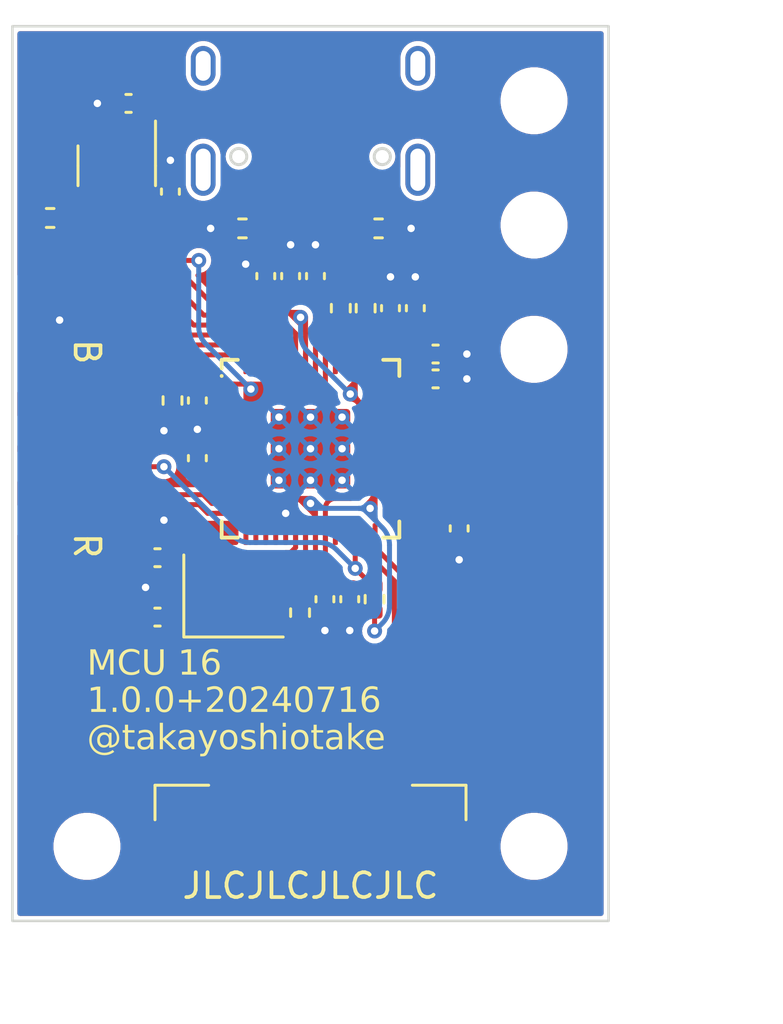
<source format=kicad_pcb>
(kicad_pcb (version 20240108) (generator "pcbnew") (generator_version "8.0")
  (layers (0 "F.Cu" signal) (31 "B.Cu" signal) (34 "B.Paste" user) (35 "F.Paste" user) (36 "B.SilkS" user "B.Silkscreen") (37 "F.SilkS" user "F.Silkscreen") (38 "B.Mask" user) (39 "F.Mask" user) (44 "Edge.Cuts" user))
  (net 0 "")
  (net 1 "GND")
  (net 2 "+5V")
  (net 3 "+3V3")
  (net 4 "Net-(U3-XIN)")
  (net 5 "Net-(C2-Pad1)")
  (net 6 "+1V1")
  (net 8 "Net-(J1-CC1)")
  (net 9 "Net-(J1-D--PadA7)")
  (net 10 "Net-(J1-D+-PadA6)")
  (net 12 "Net-(J1-CC2)")
  (net 13 "COL6")
  (net 14 "COL8")
  (net 15 "ROW2")
  (net 16 "COL11")
  (net 17 "COL5")
  (net 18 "COL7")
  (net 19 "ROW3")
  (net 20 "COL10")
  (net 21 "COL9")
  (net 22 "COL4")
  (net 23 "ROW1")
  (net 24 "ROW0")
  (net 25 "COL0")
  (net 26 "COL2")
  (net 27 "COL3")
  (net 28 "COL1")
  (net 29 "QSPI_SS_N")
  (net 30 "Net-(R4-Pad2)")
  (net 31 "D+")
  (net 32 "D-")
  (net 33 "Net-(U3-RUN)")
  (net 34 "Net-(U3-XOUT)")
  (net 35 "~{USB_BOOT}")
  (net 36 "~{RESET}")
  (net 38 "Net-(U2-DO(IO1))")
  (net 39 "Net-(U2-IO2)")
  (net 40 "Net-(U2-IO3)")
  (net 41 "Net-(U2-DI(IO0))")
  (net 42 "Net-(U2-CLK)")
  (footprint "Capacitor_SMD:C_0402_1005Metric" (layer "F.Cu") (at 40.22 35.345 90)
    (property "Reference" "C3" (hide yes))
    (property "Value" "1uF" (hide yes))
    (pad "1" smd roundrect (at -0.48 0 90) (size 0.56 0.62) (layers "F.Cu" "F.Paste" "F.Mask") (net 3 "+3V3"))
    (pad "2" smd roundrect (at 0.48 0 90) (size 0.56 0.62) (layers "F.Cu" "F.Paste" "F.Mask") (net 1 "GND"))
  )
  (footprint "Project_Library:RP2040_QFN-56" (layer "F.Cu") (at 36 41)
    (property "Reference" "U3" (hide yes))
    (property "Value" "Raspberry_Pi_RP2040" (hide yes))
    (pad "1" smd roundrect (at -3.4375 -2.6) (size 0.875 0.2) (layers "F.Cu" "F.Paste" "F.Mask") (net 3 "+3V3"))
    (pad "2" smd roundrect (at -3.4375 -2.2) (size 0.875 0.2) (layers "F.Cu" "F.Paste" "F.Mask"))
    (pad "3" smd roundrect (at -3.4375 -1.8) (size 0.875 0.2) (layers "F.Cu" "F.Paste" "F.Mask"))
    (pad "4" smd roundrect (at -3.4375 -1.4) (size 0.875 0.2) (layers "F.Cu" "F.Paste" "F.Mask"))
    (pad "5" smd roundrect (at -3.4375 -1) (size 0.875 0.2) (layers "F.Cu" "F.Paste" "F.Mask"))
    (pad "6" smd roundrect (at -3.4375 -0.6) (size 0.875 0.2) (layers "F.Cu" "F.Paste" "F.Mask"))
    (pad "7" smd roundrect (at -3.4375 -0.2) (size 0.875 0.2) (layers "F.Cu" "F.Paste" "F.Mask"))
    (pad "8" smd roundrect (at -3.4375 0.2) (size 0.875 0.2) (layers "F.Cu" "F.Paste" "F.Mask"))
    (pad "9" smd roundrect (at -3.4375 0.6) (size 0.875 0.2) (layers "F.Cu" "F.Paste" "F.Mask"))
    (pad "10" smd roundrect (at -3.4375 1) (size 0.875 0.2) (layers "F.Cu" "F.Paste" "F.Mask") (net 3 "+3V3"))
    (pad "11" smd roundrect (at -3.4375 1.4) (size 0.875 0.2) (layers "F.Cu" "F.Paste" "F.Mask"))
    (pad "12" smd roundrect (at -3.4375 1.8) (size 0.875 0.2) (layers "F.Cu" "F.Paste" "F.Mask"))
    (pad "13" smd roundrect (at -3.4375 2.2) (size 0.875 0.2) (layers "F.Cu" "F.Paste" "F.Mask") (net 24 "ROW0"))
    (pad "14" smd roundrect (at -3.4375 2.6) (size 0.875 0.2) (layers "F.Cu" "F.Paste" "F.Mask") (net 23 "ROW1"))
    (pad "15" smd roundrect (at -2.6 3.4375 90) (size 0.875 0.2) (layers "F.Cu" "F.Paste" "F.Mask"))
    (pad "16" smd roundrect (at -2.2 3.4375 90) (size 0.875 0.2) (layers "F.Cu" "F.Paste" "F.Mask"))
    (pad "17" smd roundrect (at -1.8 3.4375 90) (size 0.875 0.2) (layers "F.Cu" "F.Paste" "F.Mask"))
    (pad "18" smd roundrect (at -1.4 3.4375 90) (size 0.875 0.2) (layers "F.Cu" "F.Paste" "F.Mask"))
    (pad "19" smd roundrect (at -1 3.4375 90) (size 0.875 0.2) (layers "F.Cu" "F.Paste" "F.Mask") (net 1 "GND"))
    (pad "20" smd roundrect (at -0.6 3.4375 90) (size 0.875 0.2) (layers "F.Cu" "F.Paste" "F.Mask") (net 4 "Net-(U3-XIN)"))
    (pad "21" smd roundrect (at -0.2 3.4375 90) (size 0.875 0.2) (layers "F.Cu" "F.Paste" "F.Mask") (net 34 "Net-(U3-XOUT)"))
    (pad "22" smd roundrect (at 0.2 3.4375 90) (size 0.875 0.2) (layers "F.Cu" "F.Paste" "F.Mask") (net 3 "+3V3"))
    (pad "23" smd roundrect (at 0.6 3.4375 90) (size 0.875 0.2) (layers "F.Cu" "F.Paste" "F.Mask") (net 6 "+1V1"))
    (pad "24" smd roundrect (at 1 3.4375 90) (size 0.875 0.2) (layers "F.Cu" "F.Paste" "F.Mask"))
    (pad "25" smd roundrect (at 1.4 3.4375 90) (size 0.875 0.2) (layers "F.Cu" "F.Paste" "F.Mask"))
    (pad "26" smd roundrect (at 1.8 3.4375 90) (size 0.875 0.2) (layers "F.Cu" "F.Paste" "F.Mask") (net 33 "Net-(U3-RUN)"))
    (pad "27" smd roundrect (at 2.2 3.4375 90) (size 0.875 0.2) (layers "F.Cu" "F.Paste" "F.Mask") (net 15 "ROW2"))
    (pad "28" smd roundrect (at 2.6 3.4375 90) (size 0.875 0.2) (layers "F.Cu" "F.Paste" "F.Mask") (net 17 "COL5"))
    (pad "29" smd roundrect (at 3.4375 2.6) (size 0.875 0.2) (layers "F.Cu" "F.Paste" "F.Mask") (net 22 "COL4"))
    (pad "30" smd roundrect (at 3.4375 2.2) (size 0.875 0.2) (layers "F.Cu" "F.Paste" "F.Mask") (net 27 "COL3"))
    (pad "31" smd roundrect (at 3.4375 1.8) (size 0.875 0.2) (layers "F.Cu" "F.Paste" "F.Mask") (net 26 "COL2"))
    (pad "32" smd roundrect (at 3.4375 1.4) (size 0.875 0.2) (layers "F.Cu" "F.Paste" "F.Mask") (net 28 "COL1"))
    (pad "33" smd roundrect (at 3.4375 1) (size 0.875 0.2) (layers "F.Cu" "F.Paste" "F.Mask") (net 3 "+3V3"))
    (pad "34" smd roundrect (at 3.4375 0.6) (size 0.875 0.2) (layers "F.Cu" "F.Paste" "F.Mask") (net 25 "COL0"))
    (pad "35" smd roundrect (at 3.4375 0.2) (size 0.875 0.2) (layers "F.Cu" "F.Paste" "F.Mask") (net 19 "ROW3"))
    (pad "36" smd roundrect (at 3.4375 -0.2) (size 0.875 0.2) (layers "F.Cu" "F.Paste" "F.Mask") (net 16 "COL11"))
    (pad "37" smd roundrect (at 3.4375 -0.6) (size 0.875 0.2) (layers "F.Cu" "F.Paste" "F.Mask") (net 20 "COL10"))
    (pad "38" smd roundrect (at 3.4375 -1) (size 0.875 0.2) (layers "F.Cu" "F.Paste" "F.Mask") (net 21 "COL9"))
    (pad "39" smd roundrect (at 3.4375 -1.4) (size 0.875 0.2) (layers "F.Cu" "F.Paste" "F.Mask") (net 13 "COL6"))
    (pad "40" smd roundrect (at 3.4375 -1.8) (size 0.875 0.2) (layers "F.Cu" "F.Paste" "F.Mask") (net 18 "COL7"))
    (pad "41" smd roundrect (at 3.4375 -2.2) (size 0.875 0.2) (layers "F.Cu" "F.Paste" "F.Mask") (net 14 "COL8"))
    (pad "42" smd roundrect (at 3.4375 -2.6) (size 0.875 0.2) (layers "F.Cu" "F.Paste" "F.Mask") (net 3 "+3V3"))
    (pad "43" smd roundrect (at 2.6 -3.4375 90) (size 0.875 0.2) (layers "F.Cu" "F.Paste" "F.Mask") (net 3 "+3V3"))
    (pad "44" smd roundrect (at 2.2 -3.4375 90) (size 0.875 0.2) (layers "F.Cu" "F.Paste" "F.Mask") (net 3 "+3V3"))
    (pad "45" smd roundrect (at 1.8 -3.4375 90) (size 0.875 0.2) (layers "F.Cu" "F.Paste" "F.Mask") (net 6 "+1V1"))
    (pad "46" smd roundrect (at 1.4 -3.4375 90) (size 0.875 0.2) (layers "F.Cu" "F.Paste" "F.Mask") (net 32 "D-"))
    (pad "47" smd roundrect (at 1 -3.4375 90) (size 0.875 0.2) (layers "F.Cu" "F.Paste" "F.Mask") (net 31 "D+"))
    (pad "48" smd roundrect (at 0.6 -3.4375 90) (size 0.875 0.2) (layers "F.Cu" "F.Paste" "F.Mask") (net 3 "+3V3"))
    (pad "49" smd roundrect (at 0.2 -3.4375 90) (size 0.875 0.2) (layers "F.Cu" "F.Paste" "F.Mask") (net 3 "+3V3"))
    (pad "50" smd roundrect (at -0.2 -3.4375 90) (size 0.875 0.2) (layers "F.Cu" "F.Paste" "F.Mask") (net 6 "+1V1"))
    (pad "51" smd roundrect (at -0.6 -3.4375 90) (size 0.875 0.2) (layers "F.Cu" "F.Paste" "F.Mask") (net 40 "Net-(U2-IO3)"))
    (pad "52" smd roundrect (at -1 -3.4375 90) (size 0.875 0.2) (layers "F.Cu" "F.Paste" "F.Mask") (net 42 "Net-(U2-CLK)"))
    (pad "53" smd roundrect (at -1.4 -3.4375 90) (size 0.875 0.2) (layers "F.Cu" "F.Paste" "F.Mask") (net 41 "Net-(U2-DI(IO0))"))
    (pad "54" smd roundrect (at -1.8 -3.4375 90) (size 0.875 0.2) (layers "F.Cu" "F.Paste" "F.Mask") (net 39 "Net-(U2-IO2)"))
    (pad "55" smd roundrect (at -2.2 -3.4375 90) (size 0.875 0.2) (layers "F.Cu" "F.Paste" "F.Mask") (net 38 "Net-(U2-DO(IO1))"))
    (pad "56" smd roundrect (at -2.6 -3.4375 90) (size 0.875 0.2) (layers "F.Cu" "F.Paste" "F.Mask") (net 29 "QSPI_SS_N"))
    (pad "57" thru_hole circle (at -1.27 -1.27) (size 0.6 0.6) (drill 0.3) (layers "*.Cu") (net 1 "GND"))
    (pad "57" thru_hole circle (at -1.27 0) (size 0.6 0.6) (drill 0.3) (layers "*.Cu") (net 1 "GND"))
    (pad "57" thru_hole circle (at -1.27 1.27) (size 0.6 0.6) (drill 0.3) (layers "*.Cu") (net 1 "GND"))
    (pad "57" thru_hole circle (at 0 -1.27) (size 0.6 0.6) (drill 0.3) (layers "*.Cu") (net 1 "GND"))
    (pad "57" thru_hole circle (at 0 0) (size 0.6 0.6) (drill 0.3) (layers "*.Cu") (net 1 "GND"))
    (pad "57" smd roundrect (at 0 0) (size 3.2 3.2) (layers "F.Cu" "F.Paste" "F.Mask") (roundrect_rratio 0.045) (net 1 "GND"))
    (pad "57" thru_hole circle (at 0 1.27) (size 0.6 0.6) (drill 0.3) (layers "*.Cu") (net 1 "GND"))
    (pad "57" thru_hole circle (at 1.27 -1.27) (size 0.6 0.6) (drill 0.3) (layers "*.Cu") (net 1 "GND"))
    (pad "57" thru_hole circle (at 1.27 0) (size 0.6 0.6) (drill 0.3) (layers "*.Cu") (net 1 "GND"))
    (pad "57" thru_hole circle (at 1.27 1.27) (size 0.6 0.6) (drill 0.3) (layers "*.Cu") (net 1 "GND"))
  )
  (footprint "Project_Library:Tactile_Switch_SKRP_Series" (layer "F.Cu") (at 27 39.2)
    (property "Reference" "SW_B1" (hide yes))
    (property "Value" "Alps_Alpine_SKRP" (hide yes))
    (pad "1" smd rect (at -2.075 -1.075) (size 1.05 0.65) (layers "F.Cu" "F.Paste" "F.Mask") (net 35 "~{USB_BOOT}"))
    (pad "2" smd rect (at 2.075 -1.075) (size 1.05 0.65) (layers "F.Cu" "F.Paste" "F.Mask") (net 30 "Net-(R4-Pad2)"))
    (pad "3" smd rect (at -2.075 1.075) (size 1.05 0.65) (layers "F.Cu" "F.Paste" "F.Mask"))
    (pad "4" smd rect (at 2.075 1.075) (size 1.05 0.65) (layers "F.Cu" "F.Paste" "F.Mask") (net 1 "GND"))
  )
  (footprint "Resistor_SMD:R_0402_1005Metric" (layer "F.Cu") (at 30.445 39.06 -90)
    (property "Reference" "R4" (hide yes))
    (property "Value" "1K" (hide yes))
    (pad "1" smd roundrect (at -0.51 0 270) (size 0.54 0.64) (layers "F.Cu" "F.Paste" "F.Mask") (net 29 "QSPI_SS_N"))
    (pad "2" smd roundrect (at 0.51 0 270) (size 0.54 0.64) (layers "F.Cu" "F.Paste" "F.Mask") (net 30 "Net-(R4-Pad2)"))
  )
  (footprint "Project_Library:XSON-8-EP_4x4mm" (layer "F.Cu") (at 28.7 34.625)
    (property "Reference" "U2" (hide yes))
    (property "Value" "W25Q64JVXGIQ" (hide yes))
    (pad "1" smd roundrect (at -1.9 -1.2) (size 0.8 0.4) (layers "F.Cu" "F.Paste" "F.Mask") (net 29 "QSPI_SS_N"))
    (pad "2" smd roundrect (at -1.9 -0.4) (size 0.8 0.4) (layers "F.Cu" "F.Paste" "F.Mask") (net 38 "Net-(U2-DO(IO1))"))
    (pad "3" smd roundrect (at -1.9 0.4) (size 0.8 0.4) (layers "F.Cu" "F.Paste" "F.Mask") (net 39 "Net-(U2-IO2)"))
    (pad "4" smd roundrect (at -1.9 1.2) (size 0.8 0.4) (layers "F.Cu" "F.Paste" "F.Mask") (net 1 "GND"))
    (pad "5" smd roundrect (at 1.9 1.2) (size 0.8 0.4) (layers "F.Cu" "F.Paste" "F.Mask") (net 41 "Net-(U2-DI(IO0))"))
    (pad "6" smd roundrect (at 1.9 0.4) (size 0.8 0.4) (layers "F.Cu" "F.Paste" "F.Mask") (net 42 "Net-(U2-CLK)"))
    (pad "7" smd roundrect (at 1.9 -0.4) (size 0.8 0.4) (layers "F.Cu" "F.Paste" "F.Mask") (net 40 "Net-(U2-IO3)"))
    (pad "8" smd roundrect (at 1.9 -1.2) (size 0.8 0.4) (layers "F.Cu" "F.Paste" "F.Mask") (net 3 "+3V3"))
    (pad "9" smd roundrect (at 0 0) (size 2.3 3) (layers "F.Cu" "F.Paste" "F.Mask") (roundrect_rratio 0.04347826087))
  )
  (footprint "Resistor_SMD:R_0402_1005Metric" (layer "F.Cu") (at 38.22 35.345 90)
    (property "Reference" "R6" (hide yes))
    (property "Value" "27" (hide yes))
    (pad "1" smd roundrect (at -0.51 0 90) (size 0.54 0.64) (layers "F.Cu" "F.Paste" "F.Mask") (net 32 "D-"))
    (pad "2" smd roundrect (at 0.51 0 90) (size 0.54 0.64) (layers "F.Cu" "F.Paste" "F.Mask") (net 9 "Net-(J1-D--PadA7)"))
  )
  (footprint "Project_Library:Tactile_Switch_SKRP_Series" (layer "F.Cu") (at 27 42.8 180)
    (property "Reference" "SW_R1" (hide yes))
    (property "Value" "Alps_Alpine_SKRP" (hide yes))
    (pad "1" smd rect (at -2.075 -1.075 180) (size 1.05 0.65) (layers "F.Cu" "F.Paste" "F.Mask") (net 1 "GND"))
    (pad "2" smd rect (at 2.075 -1.075 180) (size 1.05 0.65) (layers "F.Cu" "F.Paste" "F.Mask"))
    (pad "3" smd rect (at -2.075 1.075 180) (size 1.05 0.65) (layers "F.Cu" "F.Paste" "F.Mask") (net 33 "Net-(U3-RUN)"))
    (pad "4" smd rect (at 2.075 1.075 180) (size 1.05 0.65) (layers "F.Cu" "F.Paste" "F.Mask") (net 36 "~{RESET}"))
  )
  (footprint "Capacitor_SMD:C_0402_1005Metric" (layer "F.Cu") (at 37.58 47.055 -90)
    (property "Reference" "C13" (hide yes))
    (property "Value" "0.1uF" (hide yes))
    (pad "1" smd roundrect (at -0.48 0 270) (size 0.56 0.62) (layers "F.Cu" "F.Paste" "F.Mask") (net 6 "+1V1"))
    (pad "2" smd roundrect (at 0.48 0 270) (size 0.56 0.62) (layers "F.Cu" "F.Paste" "F.Mask") (net 1 "GND"))
  )
  (footprint "Resistor_SMD:R_0402_1005Metric" (layer "F.Cu") (at 35.58 47.595 -90)
    (property "Reference" "R2" (hide yes))
    (property "Value" "1K" (hide yes))
    (pad "1" smd roundrect (at -0.51 0 270) (size 0.54 0.64) (layers "F.Cu" "F.Paste" "F.Mask") (net 34 "Net-(U3-XOUT)"))
    (pad "2" smd roundrect (at 0.51 0 270) (size 0.54 0.64) (layers "F.Cu" "F.Paste" "F.Mask") (net 5 "Net-(C2-Pad1)"))
  )
  (footprint "Capacitor_SMD:C_0402_1005Metric" (layer "F.Cu") (at 29.84 45.385 180)
    (property "Reference" "C1" (hide yes))
    (property "Value" "30pF" (hide yes))
    (pad "1" smd roundrect (at -0.48 0 180) (size 0.56 0.62) (layers "F.Cu" "F.Paste" "F.Mask") (net 4 "Net-(U3-XIN)"))
    (pad "2" smd roundrect (at 0.48 0 180) (size 0.56 0.62) (layers "F.Cu" "F.Paste" "F.Mask") (net 1 "GND"))
  )
  (footprint "Resistor_SMD:R_0402_1005Metric" (layer "F.Cu") (at 25.52 31.715 180)
    (property "Reference" "R3" (hide yes))
    (property "Value" "10K" (hide yes))
    (pad "1" smd roundrect (at -0.51 0 180) (size 0.54 0.64) (layers "F.Cu" "F.Paste" "F.Mask") (net 3 "+3V3"))
    (pad "2" smd roundrect (at 0.51 0 180) (size 0.54 0.64) (layers "F.Cu" "F.Paste" "F.Mask") (net 29 "QSPI_SS_N"))
  )
  (footprint "Capacitor_SMD:C_0402_1005Metric" (layer "F.Cu") (at 28.675 27.105 180)
    (property "Reference" "C15" (hide yes))
    (property "Value" "10uF" (hide yes))
    (pad "1" smd roundrect (at -0.48 0 180) (size 0.56 0.62) (layers "F.Cu" "F.Paste" "F.Mask") (net 2 "+5V"))
    (pad "2" smd roundrect (at 0.48 0 180) (size 0.56 0.62) (layers "F.Cu" "F.Paste" "F.Mask") (net 1 "GND"))
  )
  (footprint "Resistor_SMD:R_0402_1005Metric" (layer "F.Cu") (at 38.58 47.055 90)
    (property "Reference" "R1" (hide yes))
    (property "Value" "10K" (hide yes))
    (pad "1" smd roundrect (at -0.51 0 90) (size 0.54 0.64) (layers "F.Cu" "F.Paste" "F.Mask") (net 3 "+3V3"))
    (pad "2" smd roundrect (at 0.51 0 90) (size 0.54 0.64) (layers "F.Cu" "F.Paste" "F.Mask") (net 33 "Net-(U3-RUN)"))
  )
  (footprint "Crystal:Crystal_SMD_3225-4Pin_3.2x2.5mm" (layer "F.Cu") (at 32.9 46.925)
    (property "Reference" "Y1" (hide yes))
    (property "Value" "12MHz" (hide yes))
    (pad "1" smd rect (at -1.1 0.85) (size 1.4 1.2) (layers "F.Cu" "F.Paste" "F.Mask") (net 5 "Net-(C2-Pad1)"))
    (pad "2" smd rect (at 1.1 0.85) (size 1.4 1.2) (layers "F.Cu" "F.Paste" "F.Mask"))
    (pad "3" smd rect (at 1.1 -0.85) (size 1.4 1.2) (layers "F.Cu" "F.Paste" "F.Mask") (net 4 "Net-(U3-XIN)"))
    (pad "4" smd rect (at -1.1 -0.85) (size 1.4 1.2) (layers "F.Cu" "F.Paste" "F.Mask"))
  )
  (footprint "Capacitor_SMD:C_0402_1005Metric" (layer "F.Cu") (at 34.2 34.053728 90)
    (property "Reference" "C14" (hide yes))
    (property "Value" "0.1uF" (hide yes))
    (pad "1" smd roundrect (at -0.48 0 90) (size 0.56 0.62) (layers "F.Cu" "F.Paste" "F.Mask") (net 6 "+1V1"))
    (pad "2" smd roundrect (at 0.48 0 90) (size 0.56 0.62) (layers "F.Cu" "F.Paste" "F.Mask") (net 1 "GND"))
  )
  (footprint "Capacitor_SMD:C_0402_1005Metric" (layer "F.Cu") (at 30.36 30.655 90)
    (property "Reference" "C16" (hide yes))
    (property "Value" "10uF" (hide yes))
    (pad "1" smd roundrect (at -0.48 0 90) (size 0.56 0.62) (layers "F.Cu" "F.Paste" "F.Mask") (net 3 "+3V3"))
    (pad "2" smd roundrect (at 0.48 0 90) (size 0.56 0.62) (layers "F.Cu" "F.Paste" "F.Mask") (net 1 "GND"))
  )
  (footprint "Capacitor_SMD:C_0402_1005Metric" (layer "F.Cu") (at 35.2 34.053728 90)
    (property "Reference" "C11" (hide yes))
    (property "Value" "0.1uF" (hide yes))
    (pad "1" smd roundrect (at -0.48 0 90) (size 0.56 0.62) (layers "F.Cu" "F.Paste" "F.Mask") (net 3 "+3V3"))
    (pad "2" smd roundrect (at 0.48 0 90) (size 0.56 0.62) (layers "F.Cu" "F.Paste" "F.Mask") (net 1 "GND"))
  )
  (footprint "Project_Library:HRO_TYPE-C-31-M-12" (layer "F.Cu") (at 36 28.1425 180)
    (property "Reference" "J1" (hide yes))
    (property "Value" "HRO_TYPE-C-31-M-12" (hide yes))
    (fp_circle (center 2.89 -1.1025) (end 3.215 -1.1025) (stroke (width 0.12)) (fill none) (layer "Edge.Cuts"))
    (fp_circle (center -2.89 -1.1025) (end -2.565 -1.1025) (stroke (width 0.12)) (fill none) (layer "Edge.Cuts"))
    (pad "A1/B12" smd rect (at -3.25 -2.5475 180) (size 0.6 1.45) (layers "F.Cu" "F.Paste" "F.Mask") (net 1 "GND"))
    (pad "A4/B9" smd rect (at -2.45 -2.5475 180) (size 0.6 1.45) (layers "F.Cu" "F.Paste" "F.Mask") (net 2 "+5V"))
    (pad "A5" smd rect (at -1.25 -2.5475 180) (size 0.3 1.45) (layers "F.Cu" "F.Paste" "F.Mask") (net 8 "Net-(J1-CC1)"))
    (pad "A6" smd rect (at -0.25 -2.5475 180) (size 0.3 1.45) (layers "F.Cu" "F.Paste" "F.Mask") (net 10 "Net-(J1-D+-PadA6)"))
    (pad "A7" smd rect (at 0.25 -2.5475 180) (size 0.3 1.45) (layers "F.Cu" "F.Paste" "F.Mask") (net 9 "Net-(J1-D--PadA7)"))
    (pad "A8" smd rect (at 1.25 -2.5475 180) (size 0.3 1.45) (layers "F.Cu" "F.Paste" "F.Mask"))
    (pad "A9/B4" smd rect (at 2.45 -2.5475 180) (size 0.6 1.45) (layers "F.Cu" "F.Paste" "F.Mask") (net 2 "+5V"))
    (pad "A12/B1" smd rect (at 3.25 -2.5475 180) (size 0.6 1.45) (layers "F.Cu" "F.Paste" "F.Mask") (net 1 "GND"))
    (pad "B5" smd rect (at 1.75 -2.5475 180) (size 0.3 1.45) (layers "F.Cu" "F.Paste" "F.Mask") (net 12 "Net-(J1-CC2)"))
    (pad "B6" smd rect (at 0.75 -2.5475 180) (size 0.3 1.45) (layers "F.Cu" "F.Paste" "F.Mask") (net 10 "Net-(J1-D+-PadA6)"))
    (pad "B7" smd rect (at -0.75 -2.5475 180) (size 0.3 1.45) (layers "F.Cu" "F.Paste" "F.Mask") (net 9 "Net-(J1-D--PadA7)"))
    (pad "B8" smd rect (at -1.75 -2.5475 180) (size 0.3 1.45) (layers "F.Cu" "F.Paste" "F.Mask"))
    (pad "MP" thru_hole oval (at -4.32 -1.6325 180) (size 1 2.1) (drill oval 0.6 1.7) (layers "*.Cu" "*.Mask"))
    (pad "MP" thru_hole oval (at -4.32 2.5475 180) (size 1 1.6) (drill oval 0.6 1.2) (layers "*.Cu" "*.Mask"))
    (pad "MP" thru_hole oval (at 4.32 -1.6325 180) (size 1 2.1) (drill oval 0.6 1.7) (layers "*.Cu" "*.Mask"))
    (pad "MP" thru_hole oval (at 4.32 2.5475 180) (size 1 1.6) (drill oval 0.6 1.2) (layers "*.Cu" "*.Mask"))
  )
  (footprint "Capacitor_SMD:C_0402_1005Metric" (layer "F.Cu") (at 41.035 38.19)
    (property "Reference" "C9" (hide yes))
    (property "Value" "0.1uF" (hide yes))
    (pad "1" smd roundrect (at -0.48 0) (size 0.56 0.62) (layers "F.Cu" "F.Paste" "F.Mask") (net 3 "+3V3"))
    (pad "2" smd roundrect (at 0.48 0) (size 0.56 0.62) (layers "F.Cu" "F.Paste" "F.Mask") (net 1 "GND"))
  )
  (footprint "MountingHole:MountingHole_2.2mm_M2" (layer "F.Cu") (at 27 57)
    (property "Reference" "REF**" (hide yes))
    (property "Value" "MountingHole_2.2mm_M2" (hide yes))
    (pad "" np_thru_hole circle (at 0 0) (size 2.2 2.2) (drill 2.2) (layers "F&B.Cu" "*.Mask"))
  )
  (footprint "Project_Library:JUSHUO_AFC01-S16FCC-00" (layer "F.Cu") (at 36 55.515 180)
    (property "Reference" "J2" (hide yes))
    (property "Value" "FFC Connector" (hide yes))
    (pad "1" smd rect (at 3.75 1.265) (size 0.3 1.3) (layers "F.Cu" "F.Paste" "F.Mask") (net 24 "ROW0"))
    (pad "2" smd rect (at 3.25 1.265) (size 0.3 1.3) (layers "F.Cu" "F.Paste" "F.Mask") (net 23 "ROW1"))
    (pad "3" smd rect (at 2.75 1.265) (size 0.3 1.3) (layers "F.Cu" "F.Paste" "F.Mask") (net 15 "ROW2"))
    (pad "4" smd rect (at 2.25 1.265) (size 0.3 1.3) (layers "F.Cu" "F.Paste" "F.Mask") (net 17 "COL5"))
    (pad "5" smd rect (at 1.75 1.265) (size 0.3 1.3) (layers "F.Cu" "F.Paste" "F.Mask") (net 22 "COL4"))
    (pad "6" smd rect (at 1.25 1.265) (size 0.3 1.3) (layers "F.Cu" "F.Paste" "F.Mask") (net 27 "COL3"))
    (pad "7" smd rect (at 0.75 1.265) (size 0.3 1.3) (layers "F.Cu" "F.Paste" "F.Mask") (net 26 "COL2"))
    (pad "8" smd rect (at 0.25 1.265) (size 0.3 1.3) (layers "F.Cu" "F.Paste" "F.Mask") (net 28 "COL1"))
    (pad "9" smd rect (at -0.25 1.265) (size 0.3 1.3) (layers "F.Cu" "F.Paste" "F.Mask") (net 25 "COL0"))
    (pad "10" smd rect (at -0.75 1.265) (size 0.3 1.3) (layers "F.Cu" "F.Paste" "F.Mask") (net 19 "ROW3"))
    (pad "11" smd rect (at -1.25 1.265) (size 0.3 1.3) (layers "F.Cu" "F.Paste" "F.Mask") (net 16 "COL11"))
    (pad "12" smd rect (at -1.75 1.265) (size 0.3 1.3) (layers "F.Cu" "F.Paste" "F.Mask") (net 20 "COL10"))
    (pad "13" smd rect (at -2.25 1.265) (size 0.3 1.3) (layers "F.Cu" "F.Paste" "F.Mask") (net 21 "COL9"))
    (pad "14" smd rect (at -2.75 1.265) (size 0.3 1.3) (layers "F.Cu" "F.Paste" "F.Mask") (net 14 "COL8"))
    (pad "15" smd rect (at -3.25 1.265) (size 0.3 1.3) (layers "F.Cu" "F.Paste" "F.Mask") (net 18 "COL7"))
    (pad "16" smd rect (at -3.75 1.265) (size 0.3 1.3) (layers "F.Cu" "F.Paste" "F.Mask") (net 13 "COL6"))
    (pad "MP" smd rect (at -5.45 -1.415) (size 2 1.6) (layers "F.Cu" "F.Paste" "F.Mask"))
    (pad "MP" smd rect (at 5.45 -1.415) (size 2 1.6) (layers "F.Cu" "F.Paste" "F.Mask"))
  )
  (footprint "MountingHole:MountingHole_2.2mm_M2" (layer "F.Cu") (at 45 37)
    (property "Reference" "REF**" (hide yes))
    (property "Value" "MountingHole_2.2mm_M2" (hide yes))
    (pad "" np_thru_hole circle (at 0 0) (size 2.2 2.2) (drill 2.2) (layers "F&B.Cu" "*.Mask"))
  )
  (footprint "Capacitor_SMD:C_0402_1005Metric" (layer "F.Cu") (at 41.985 44.207256 -90)
    (property "Reference" "C8" (hide yes))
    (property "Value" "0.1uF" (hide yes))
    (pad "1" smd roundrect (at -0.48 0 270) (size 0.56 0.62) (layers "F.Cu" "F.Paste" "F.Mask") (net 3 "+3V3"))
    (pad "2" smd roundrect (at 0.48 0 270) (size 0.56 0.62) (layers "F.Cu" "F.Paste" "F.Mask") (net 1 "GND"))
  )
  (footprint "Capacitor_SMD:C_0402_1005Metric" (layer "F.Cu") (at 39.22 35.345 90)
    (property "Reference" "C4" (hide yes))
    (property "Value" "1uF" (hide yes))
    (pad "1" smd roundrect (at -0.48 0 90) (size 0.56 0.62) (layers "F.Cu" "F.Paste" "F.Mask") (net 6 "+1V1"))
    (pad "2" smd roundrect (at 0.48 0 90) (size 0.56 0.62) (layers "F.Cu" "F.Paste" "F.Mask") (net 1 "GND"))
  )
  (footprint "Capacitor_SMD:C_0402_1005Metric" (layer "F.Cu") (at 31.445 39.06 -90)
    (property "Reference" "C5" (hide yes))
    (property "Value" "0.1uF" (hide yes))
    (pad "1" smd roundrect (at -0.48 0 270) (size 0.56 0.62) (layers "F.Cu" "F.Paste" "F.Mask") (net 3 "+3V3"))
    (pad "2" smd roundrect (at 0.48 0 270) (size 0.56 0.62) (layers "F.Cu" "F.Paste" "F.Mask") (net 1 "GND"))
  )
  (footprint "MountingHole:MountingHole_2.2mm_M2" (layer "F.Cu") (at 45 27)
    (property "Reference" "REF**" (hide yes))
    (property "Value" "MountingHole_2.2mm_M2" (hide yes))
    (pad "" np_thru_hole circle (at 0 0) (size 2.2 2.2) (drill 2.2) (layers "F&B.Cu" "*.Mask"))
  )
  (footprint "Resistor_SMD:R_0402_1005Metric" (layer "F.Cu") (at 33.26 32.135 180)
    (property "Reference" "R7" (hide yes))
    (property "Value" "5.1K" (hide yes))
    (pad "1" smd roundrect (at -0.51 0 180) (size 0.54 0.64) (layers "F.Cu" "F.Paste" "F.Mask") (net 12 "Net-(J1-CC2)"))
    (pad "2" smd roundrect (at 0.51 0 180) (size 0.54 0.64) (layers "F.Cu" "F.Paste" "F.Mask") (net 1 "GND"))
  )
  (footprint "Capacitor_SMD:C_0402_1005Metric" (layer "F.Cu") (at 36.58 47.055 -90)
    (property "Reference" "C7" (hide yes))
    (property "Value" "0.1uF" (hide yes))
    (pad "1" smd roundrect (at -0.48 0 270) (size 0.56 0.62) (layers "F.Cu" "F.Paste" "F.Mask") (net 3 "+3V3"))
    (pad "2" smd roundrect (at 0.48 0 270) (size 0.56 0.62) (layers "F.Cu" "F.Paste" "F.Mask") (net 1 "GND"))
  )
  (footprint "Capacitor_SMD:C_0402_1005Metric" (layer "F.Cu") (at 36.2 34.053728 90)
    (property "Reference" "C12" (hide yes))
    (property "Value" "0.1uF" (hide yes))
    (pad "1" smd roundrect (at -0.48 0 90) (size 0.56 0.62) (layers "F.Cu" "F.Paste" "F.Mask") (net 3 "+3V3"))
    (pad "2" smd roundrect (at 0.48 0 90) (size 0.56 0.62) (layers "F.Cu" "F.Paste" "F.Mask") (net 1 "GND"))
  )
  (footprint "Capacitor_SMD:C_0402_1005Metric" (layer "F.Cu") (at 41.035 37.19)
    (property "Reference" "C10" (hide yes))
    (property "Value" "0.1uF" (hide yes))
    (pad "1" smd roundrect (at -0.48 0) (size 0.56 0.62) (layers "F.Cu" "F.Paste" "F.Mask") (net 3 "+3V3"))
    (pad "2" smd roundrect (at 0.48 0) (size 0.56 0.62) (layers "F.Cu" "F.Paste" "F.Mask") (net 1 "GND"))
  )
  (footprint "Resistor_SMD:R_0402_1005Metric" (layer "F.Cu") (at 37.22 35.345 90)
    (property "Reference" "R5" (hide yes))
    (property "Value" "27" (hide yes))
    (pad "1" smd roundrect (at -0.51 0 90) (size 0.54 0.64) (layers "F.Cu" "F.Paste" "F.Mask") (net 31 "D+"))
    (pad "2" smd roundrect (at 0.51 0 90) (size 0.54 0.64) (layers "F.Cu" "F.Paste" "F.Mask") (net 10 "Net-(J1-D+-PadA6)"))
  )
  (footprint "Capacitor_SMD:C_0402_1005Metric" (layer "F.Cu") (at 29.84 47.775 180)
    (property "Reference" "C2" (hide yes))
    (property "Value" "30pF" (hide yes))
    (pad "1" smd roundrect (at -0.48 0 180) (size 0.56 0.62) (layers "F.Cu" "F.Paste" "F.Mask") (net 5 "Net-(C2-Pad1)"))
    (pad "2" smd roundrect (at 0.48 0 180) (size 0.56 0.62) (layers "F.Cu" "F.Paste" "F.Mask") (net 1 "GND"))
  )
  (footprint "MountingHole:MountingHole_2.2mm_M2" (layer "F.Cu") (at 45 57)
    (property "Reference" "REF**" (hide yes))
    (property "Value" "MountingHole_2.2mm_M2" (hide yes))
    (pad "" np_thru_hole circle (at 0 0) (size 2.2 2.2) (drill 2.2) (layers "F&B.Cu" "*.Mask"))
  )
  (footprint "Resistor_SMD:R_0402_1005Metric" (layer "F.Cu") (at 38.74 32.135)
    (property "Reference" "R8" (hide yes))
    (property "Value" "5.1K" (hide yes))
    (pad "1" smd roundrect (at -0.51 0) (size 0.54 0.64) (layers "F.Cu" "F.Paste" "F.Mask") (net 8 "Net-(J1-CC1)"))
    (pad "2" smd roundrect (at 0.51 0) (size 0.54 0.64) (layers "F.Cu" "F.Paste" "F.Mask") (net 1 "GND"))
  )
  (footprint "Capacitor_SMD:C_0402_1005Metric" (layer "F.Cu") (at 31.445 41.38 90)
    (property "Reference" "C6" (hide yes))
    (property "Value" "0.1uF" (hide yes))
    (pad "1" smd roundrect (at -0.48 0 90) (size 0.56 0.62) (layers "F.Cu" "F.Paste" "F.Mask") (net 3 "+3V3"))
    (pad "2" smd roundrect (at 0.48 0 90) (size 0.56 0.62) (layers "F.Cu" "F.Paste" "F.Mask") (net 1 "GND"))
  )
  (footprint "Project_Library:SOT-23-5" (layer "F.Cu") (at 28.2 29.615 180)
    (property "Reference" "U1" (hide yes))
    (property "Value" "AP2112K-3.3" (hide yes))
    (pad "1" smd roundrect (at -0.95 1.1375 270) (size 1.325 0.6) (layers "F.Cu" "F.Paste" "F.Mask") (net 2 "+5V"))
    (pad "2" smd roundrect (at 0 1.1375 270) (size 1.325 0.6) (layers "F.Cu" "F.Paste" "F.Mask") (net 1 "GND"))
    (pad "3" smd roundrect (at 0.95 1.1375 270) (size 1.325 0.6) (layers "F.Cu" "F.Paste" "F.Mask") (net 2 "+5V"))
    (pad "4" smd roundrect (at 0.95 -1.1375 270) (size 1.325 0.6) (layers "F.Cu" "F.Paste" "F.Mask"))
    (pad "5" smd roundrect (at -0.95 -1.1375 270) (size 1.325 0.6) (layers "F.Cu" "F.Paste" "F.Mask") (net 3 "+3V3"))
  )
  (footprint "MountingHole:MountingHole_2.2mm_M2" (layer "F.Cu") (at 45 32)
    (property "Reference" "REF**" (hide yes))
    (property "Value" "MountingHole_2.2mm_M2" (hide yes))
    (pad "" np_thru_hole circle (at 0 0) (size 2.2 2.2) (drill 2.2) (layers "F&B.Cu" "*.Mask"))
  )
  (gr_line (start 37.25 54.25) (end 37.25 53.368628) (stroke (width 0.2)) (layer "F.Cu") (net 16))
  (gr_line (start 44.175 47.5199) (end 44.175 50.37676) (stroke (width 0.2)) (layer "F.Cu") (net 18))
  (gr_line (start 38.6 43.4) (end 38.6 39.365686) (stroke (width 0.2)) (layer "F.Cu") (net 3))
  (gr_line (start 31.445 39.54) (end 31.445 40.22) (stroke (width 0.2)) (layer "F.Cu") (net 1))
  (gr_line (start 42.595 43.39157) (end 42.595 45.705784) (stroke (width 0.2)) (layer "F.Cu") (net 25))
  (gr_line (start 40.215686 55.6) (end 40.65 55.165686) (stroke (width 0.2)) (layer "F.Cu") (net 14))
  (gr_line (start 39.75 53.7) (end 40.286074 53.7) (stroke (width 0.2)) (layer "F.Cu") (net 13))
  (gr_line (start 39.4375 42.8) (end 40.306372 42.8) (stroke (width 0.2)) (layer "F.Cu") (net 26))
  (gr_line (start 35.53 48.105) (end 34.96 48.675) (stroke (width 0.2)) (layer "F.Cu") (net 5))
  (gr_line (start 28.2 27.105) (end 27.42 27.105) (stroke (width 0.2)) (layer "F.Cu") (net 1))
  (gr_line (start 36.958826 49.7) (end 38.629214 49.7) (stroke (width 0.2)) (layer "F.Cu") (net 17))
  (gr_line (start 30.445 38.55) (end 30.445 37.225) (stroke (width 0.2)) (layer "F.Cu") (net 29))
  (gr_line (start 26.8 35.825) (end 25.9 35.825) (stroke (width 0.2)) (layer "F.Cu") (net 1))
  (gr_arc (start 36.082842 43.565684) (mid 36.169551 43.695453) (end 36.2 43.848527) (stroke (width 0.2)) (layer "F.Cu") (net 3))
  (gr_line (start 40.555 37.225) (end 38.6 37.225) (stroke (width 0.2)) (layer "F.Cu") (net 3))
  (gr_line (start 35.25 54.25) (end 35.25 53.105884) (stroke (width 0.2)) (layer "F.Cu") (net 26))
  (gr_line (start 35.75 29.865) (end 35.95 29.665) (stroke (width 0.2)) (layer "F.Cu") (net 9))
  (gr_arc (start 38.4 38.882843) (mid 38.548022 39.104373) (end 38.6 39.365686) (stroke (width 0.2)) (layer "F.Cu") (net 3))
  (gr_line (start 36.55 29.665) (end 36.75 29.865) (stroke (width 0.2)) (layer "F.Cu") (net 9))
  (gr_line (start 38.58 47.565) (end 38.58 48.335) (stroke (width 0.2)) (layer "F.Cu") (net 3))
  (gr_line (start 34.014214 34.313728) (end 34.014214 34.410784) (stroke (width 0.2)) (layer "F.Cu") (net 6))
  (gr_line (start 33.931372 36.025) (end 31.3 36.025) (stroke (width 0.2)) (layer "F.Cu") (net 41))
  (gr_line (start 44.575 47.685586) (end 44.575 50.542446) (stroke (width 0.2)) (layer "F.Cu") (net 14))
  (gr_line (start 36.6 37.5625) (end 36.6 38.4) (stroke (width 0.2)) (layer "F.Cu") (net 3))
  (gr_arc (start 29.475 39.57) (mid 29.192157 39.452843) (end 29.075 39.17) (stroke (width 0.2)) (layer "F.Cu") (net 30))
  (gr_poly (pts (xy 33.4 38.4) (xy 33.4 43) (arc (start 34.4 43) (mid 34.117157 42.882843) (end 34 42.6)) (arc (start 34 39.4) (mid 34.117157 39.117157) (end 34.4 39)) (xy 36.6 39) (xy 36.6 38.4)) (fill solid) (layer "F.Cu") (net 3))
  (gr_line (start 36.2 37.5625) (end 36.2 38.4) (stroke (width 0.2)) (layer "F.Cu") (net 3))
  (gr_line (start 30.1 40.275) (end 29.075 40.275) (stroke (width 0.2)) (layer "F.Cu") (net 1))
  (gr_line (start 30.36 31.135) (end 30.36 31.715) (stroke (width 0.2)) (layer "F.Cu") (net 3))
  (gr_line (start 32.75 54.25) (end 32.75 53.434314) (stroke (width 0.2)) (layer "F.Cu") (net 23))
  (gr_line (start 35.6 35.513728) (end 35.282843 35.513728) (stroke (width 0.2)) (layer "F.Cu") (net 6))
  (gr_line (start 35.25 53.105884) (end 37.455884 50.9) (stroke (width 0.2)) (layer "F.Cu") (net 26))
  (gr_line (start 31.1 35.025) (end 31.7 35.625) (stroke (width 0.2)) (layer "F.Cu") (net 42))
  (gr_arc (start 37.6 39) (mid 37.882843 39.117157) (end 38 39.4) (stroke (width 0.2)) (layer "F.Cu") (net 6))
  (gr_line (start 42.595 45.705784) (end 41.775 46.525784) (stroke (width 0.2)) (layer "F.Cu") (net 25))
  (gr_line (start 36.05 31.715) (end 37.22 32.885) (stroke (width 0.2)) (layer "F.Cu") (net 10))
  (gr_line (start 40.975 43.468628) (end 40.975 49.051272) (stroke (width 0.2)) (layer "F.Cu") (net 26))
  (gr_line (start 40.637744 42) (end 41.985 43.347256) (stroke (width 0.2)) (layer "F.Cu") (net 3))
  (gr_line (start 39.4375 43.6) (end 39.975 43.6) (stroke (width 0.2)) (layer "F.Cu") (net 22))
  (gr_line (start 31.675 42.85) (end 28.55 42.85) (stroke (width 0.2)) (layer "F.Cu") (net 24))
  (gr_line (start 40.975 49.051272) (end 39.126272 50.9) (stroke (width 0.2)) (layer "F.Cu") (net 26))
  (gr_line (start 34.1 46.075) (end 35 45.175) (stroke (width 0.2)) (layer "F.Cu") (net 4))
  (gr_line (start 36.6 44.4375) (end 36.6 45.625) (stroke (width 0.2)) (layer "F.Cu") (net 6))
  (gr_line (start 34.4 39) (end 36.6 39) (stroke (width 0.2)) (layer "F.Cu") (net 3))
  (gr_line (start 36.75 54.25) (end 36.75 53.302942) (stroke (width 0.2)) (layer "F.Cu") (net 19))
  (gr_line (start 41.515 37.19) (end 42.295 37.19) (stroke (width 0.2)) (layer "F.Cu") (net 1))
  (gr_line (start 29.15 28.4775) (end 29.15 27.105) (stroke (width 0.2)) (layer "F.Cu") (net 2))
  (gr_line (start 40.120388 53.3) (end 38.45 53.3) (stroke (width 0.2)) (layer "F.Cu") (net 21))
  (gr_line (start 35.4 37.5625) (end 35.4 36.362256) (stroke (width 0.2)) (layer "F.Cu") (net 40))
  (gr_line (start 36 43) (end 35.351473 43) (stroke (width 0.2)) (layer "F.Cu") (net 3))
  (gr_line (start 38.4 36.825) (end 39.19 36.825) (stroke (width 0.2)) (layer "F.Cu") (net 3))
  (gr_arc (start 25.9 37.225) (mid 24.910051 36.814949) (end 24.5 35.825) (stroke (width 0.2)) (layer "F.Cu") (net 29))
  (gr_line (start 37.952942 52.1) (end 39.62333 52.1) (stroke (width 0.2)) (layer "F.Cu") (net 19))
  (gr_line (start 36.6 35.299514) (end 36.2 34.899514) (stroke (width 0.2)) (layer "F.Cu") (net 3))
  (gr_arc (start 25.3 35.625) (mid 25.475736 35.200736) (end 25.9 35.025) (stroke (width 0.2)) (layer "F.Cu") (net 39))
  (gr_line (start 39.375 48.388528) (end 38.463528 49.3) (stroke (width 0.2)) (layer "F.Cu") (net 15))
  (gr_line (start 37.8 36.859314) (end 38.234314 36.425) (stroke (width 0.2)) (layer "F.Cu") (net 6))
  (gr_line (start 38 39.282842) (end 38 39.4) (stroke (width 0.2)) (layer "F.Cu") (net 6))
  (gr_line (start 39.19 35.825) (end 38.59 36.425) (stroke (width 0.2)) (layer "F.Cu") (net 6))
  (gr_arc (start 25.9 36.825) (mid 25.192893 36.532107) (end 24.9 35.825) (stroke (width 0.2)) (layer "F.Cu") (net 38))
  (gr_line (start 31.445 41.86) (end 31.885 41.86) (stroke (width 0.2)) (layer "F.Cu") (net 3))
  (gr_line (start 40.472058 42.4) (end 41.375 43.302942) (stroke (width 0.2)) (layer "F.Cu") (net 28))
  (gr_arc (start 34 39.4) (mid 34.117157 39.117157) (end 34.4 39) (stroke (width 0.2)) (layer "F.Cu") (net 3))
  (gr_line (start 34.14 32.135) (end 34.25 32.025) (stroke (width 0.2)) (layer "F.Cu") (net 12))
  (gr_poly (pts (arc (start 38.4 38.882843) (mid 38.548022 39.104373) (end 38.6 39.365686)) (xy 38.6 38.4) (arc (start 38.2 38.4) (mid 38.251978 38.661313) (end 38.4 38.882843))) (fill solid) (layer "F.Cu") (net 3))
  (gr_line (start 38.2 37.5625) (end 38.2 38.4) (stroke (width 0.2)) (layer "F.Cu") (net 3))
  (gr_line (start 26.8 35.025) (end 25.9 35.025) (stroke (width 0.2)) (layer "F.Cu") (net 39))
  (gr_line (start 36.6 39) (end 36.6 38.4) (stroke (width 0.2)) (layer "F.Cu") (net 3))
  (gr_line (start 37.124512 50.1) (end 34.25 52.974512) (stroke (width 0.2)) (layer "F.Cu") (net 22))
  (gr_line (start 25.3 35.625) (end 25.3 35.825) (stroke (width 0.2)) (layer "F.Cu") (net 39))
  (gr_line (start 25.01 33.025) (end 25.009999 33.593753) (stroke (width 0.2)) (layer "F.Cu") (net 29))
  (gr_line (start 33.55 29.865) (end 34.15 29.265) (stroke (width 0.2)) (layer "F.Cu") (net 2))
  (gr_line (start 35.25 30.69) (end 35.25 31.515) (stroke (width 0.2)) (layer "F.Cu") (net 10))
  (gr_line (start 32.5625 43.6) (end 31.859314 43.6) (stroke (width 0.2)) (layer "F.Cu") (net 23))
  (gr_line (start 30.1 43.875) (end 29.075 43.875) (stroke (width 0.2)) (layer "F.Cu") (net 1))
  (gr_line (start 39.4375 39.2) (end 41.797546 39.2) (stroke (width 0.2)) (layer "F.Cu") (net 18))
  (gr_line (start 31.99 27.105) (end 29.15 27.105) (stroke (width 0.2)) (layer "F.Cu") (net 2))
  (gr_line (start 37.8 38.151473) (end 37.8 38.8) (stroke (width 0.2)) (layer "F.Cu") (net 6))
  (gr_line (start 37.22 34.835) (end 37.22 32.885) (stroke (width 0.2)) (layer "F.Cu") (net 10))
  (gr_line (start 38 42.6) (end 38 39.4) (stroke (width 0.2)) (layer "F.Cu") (net 6))
  (gr_line (start 26.8 34.225) (end 25.9 34.225) (stroke (width 0.2)) (layer "F.Cu") (net 38))
  (gr_line (start 32.75 30.69) (end 32.75 32.135) (stroke (width 0.2)) (layer "F.Cu") (net 1))
  (gr_line (start 35.4 36.362256) (end 34.262744 35.225) (stroke (width 0.2)) (layer "F.Cu") (net 40))
  (gr_line (start 31.1 34.225) (end 32.1 35.225) (stroke (width 0.2)) (layer "F.Cu") (net 40))
  (gr_line (start 37.4 36.693628) (end 38.068628 36.025) (stroke (width 0.2)) (layer "F.Cu") (net 32))
  (gr_line (start 40.575 43.634314) (end 40.575 48.885586) (stroke (width 0.2)) (layer "F.Cu") (net 27))
  (gr_line (start 39.284314 55.6) (end 38.75 55.065686) (stroke (width 0.2)) (layer "F.Cu") (net 14))
  (gr_line (start 41.775 46.525784) (end 41.775 49.382644) (stroke (width 0.2)) (layer "F.Cu") (net 25))
  (gr_line (start 36.79314 49.3) (end 38.463528 49.3) (stroke (width 0.2)) (layer "F.Cu") (net 15))
  (gr_line (start 34.6 37.5625) (end 34.6 36.693628) (stroke (width 0.2)) (layer "F.Cu") (net 41))
  (gr_line (start 40.25 55) (end 40.25 54.30176) (stroke (width 0.2)) (layer "F.Cu") (net 18))
  (gr_line (start 27.85 43.55) (end 27.85 49.1) (stroke (width 0.2)) (layer "F.Cu") (net 24))
  (gr_line (start 37.75 54.25) (end 37.75 53.434314) (stroke (width 0.2)) (layer "F.Cu") (net 20))
  (gr_line (start 31.445 38.58) (end 31.845 38.58) (stroke (width 0.2)) (layer "F.Cu") (net 3))
  (gr_line (start 32.8 48.675) (end 34.96 48.675) (stroke (width 0.2)) (layer "F.Cu") (net 5))
  (gr_line (start 36.05 31.715) (end 35.45 31.715) (stroke (width 0.2)) (layer "F.Cu") (net 10))
  (gr_line (start 32.025 38.4) (end 31.845 38.58) (stroke (width 0.2)) (layer "F.Cu") (net 3))
  (gr_line (start 35.95 29.665) (end 36.55 29.665) (stroke (width 0.2)) (layer "F.Cu") (net 9))
  (gr_poly (pts (xy 25.01 33.309377) (xy 25.41 33.425) (xy 25.01 33.735102)) (fill solid) (layer "F.Cu") (net 29))
  (gr_arc (start 38.6 42.585787) (mid 38.539108 42.891936) (end 38.365686 43.151472) (stroke (width 0.2)) (layer "F.Cu") (net 3))
  (gr_line (start 29.36 46.58) (end 29.36 45.385) (stroke (width 0.2)) (layer "F.Cu") (net 1))
  (gr_line (start 34.2 37.5625) (end 34.2 36.859314) (stroke (width 0.2)) (layer "F.Cu") (net 39))
  (gr_line (start 42.975 47.022842) (end 43.795 46.202842) (stroke (width 0.2)) (layer "F.Cu") (net 20))
  (gr_line (start 39.45 55.2) (end 39.25 55) (stroke (width 0.2)) (layer "F.Cu") (net 18))
  (gr_line (start 39.4375 41.6) (end 40.80343 41.6) (stroke (width 0.2)) (layer "F.Cu") (net 25))
  (gr_line (start 35 37.5625) (end 35 36.527942) (stroke (width 0.2)) (layer "F.Cu") (net 42))
  (gr_line (start 37.25 53.368628) (end 38.118628 52.5) (stroke (width 0.2)) (layer "F.Cu") (net 16))
  (gr_line (start 32.025 42) (end 32.5625 42) (stroke (width 0.2)) (layer "F.Cu") (net 3))
  (gr_line (start 40.175 48.7199) (end 38.7949 50.1) (stroke (width 0.2)) (layer "F.Cu") (net 22))
  (gr_line (start 38.2 44.4375) (end 38.2 45.140686) (stroke (width 0.2)) (layer "F.Cu") (net 15))
  (gr_arc (start 34.4 43) (mid 34.117157 42.882843) (end 34 42.6) (stroke (width 0.2)) (layer "F.Cu") (net 3))
  (gr_line (start 31.98 32.135) (end 32.75 32.135) (stroke (width 0.2)) (layer "F.Cu") (net 1))
  (gr_line (start 34 42.6) (end 34 39.4) (stroke (width 0.2)) (layer "F.Cu") (net 3))
  (gr_line (start 34.262744 35.225) (end 32.1 35.225) (stroke (width 0.2)) (layer "F.Cu") (net 40))
  (gr_line (start 35.2 33.573728) (end 35.2 32.793728) (stroke (width 0.2)) (layer "F.Cu") (net 1))
  (gr_arc (start 37.9 39.041421) (mid 37.974011 39.152186) (end 38 39.282842) (stroke (width 0.2)) (layer "F.Cu") (net 6))
  (gr_line (start 36.25 54.25) (end 36.25 53.237256) (stroke (width 0.2)) (layer "F.Cu") (net 25))
  (gr_line (start 41.515 38.19) (end 42.295 38.19) (stroke (width 0.2)) (layer "F.Cu") (net 1))
  (gr_line (start 34.4 43) (end 35.351473 43) (stroke (width 0.2)) (layer "F.Cu") (net 3))
  (gr_line (start 37.124512 50.1) (end 38.7949 50.1) (stroke (width 0.2)) (layer "F.Cu") (net 22))
  (gr_line (start 35.2 45.175) (end 35 45.175) (stroke (width 0.2)) (layer "F.Cu") (net 4))
  (gr_line (start 39.775 48.554214) (end 38.629214 49.7) (stroke (width 0.2)) (layer "F.Cu") (net 17))
  (gr_line (start 39.4375 42.4) (end 40.472058 42.4) (stroke (width 0.2)) (layer "F.Cu") (net 28))
  (gr_line (start 36.75 30.69) (end 36.75 29.865) (stroke (width 0.2)) (layer "F.Cu") (net 9))
  (gr_line (start 43.375 47.188528) (end 44.195 46.368528) (stroke (width 0.2)) (layer "F.Cu") (net 21))
  (gr_line (start 40.22 34.865) (end 40.22 34.085) (stroke (width 0.2)) (layer "F.Cu") (net 1))
  (gr_arc (start 35.282843 35.513728) (mid 35.129769 35.48328) (end 35 35.39657) (stroke (width 0.2)) (layer "F.Cu") (net 6))
  (gr_line (start 32.25 53.5) (end 27.85 49.1) (stroke (width 0.2)) (layer "F.Cu") (net 24))
  (gr_line (start 26.03 31.715) (end 30.36 31.715) (stroke (width 0.2)) (layer "F.Cu") (net 3))
  (gr_line (start 39.4375 41.2) (end 40.969116 41.2) (stroke (width 0.2)) (layer "F.Cu") (net 19))
  (gr_line (start 35.8 44.4375) (end 35.8 47.085) (stroke (width 0.2)) (layer "F.Cu") (net 34))
  (gr_line (start 30.36 30.175) (end 30.36 29.395) (stroke (width 0.2)) (layer "F.Cu") (net 1))
  (gr_line (start 34.097058 35.625) (end 31.7 35.625) (stroke (width 0.2)) (layer "F.Cu") (net 42))
  (gr_rect (start 26.25 49.175) (end 26.65 49.575) (fill solid) (layer "F.Cu"))
  (gr_poly (pts (xy 25.45 50.775) (xy 24.65 50.775) (xy 24.65 51.175) (xy 25.45 51.175) (xy 25.45 50.775) (xy 25.85 50.775) (xy 25.85 51.175) (xy 26.65 51.175) (xy 26.65 50.775) (xy 25.85 50.775) (xy 25.85 50.375) (xy 26.65 50.375) (xy 26.65 49.975) (xy 25.85 49.975) (xy 25.85 49.575) (xy 25.45 49.575) (xy 25.45 49.975) (xy 24.65 49.975) (xy 24.65 50.375) (xy 25.45 50.375)) (fill solid) (layer "F.Cu"))
  (gr_line (start 43.375 47.188528) (end 43.375 50.045388) (stroke (width 0.2)) (layer "F.Cu") (net 21))
  (gr_line (start 29.15 28.4775) (end 29.15 29.24) (stroke (width 0.2)) (layer "F.Cu") (net 2))
  (gr_line (start 27.25 29.24) (end 27.45 29.44) (stroke (width 0.2)) (layer "F.Cu") (net 2))
  (gr_line (start 27.25 28.4775) (end 27.25 29.24) (stroke (width 0.2)) (layer "F.Cu") (net 2))
  (gr_rect (start 24.65 49.175) (end 25.05 49.575) (fill solid) (layer "F.Cu"))
  (gr_line (start 37.25 31.515) (end 37.87 32.135) (stroke (width 0.2)) (layer "F.Cu") (net 8))
  (gr_arc (start 35.682842 36.079412) (mid 35.769551 36.209181) (end 35.8 36.362255) (stroke (width 0.2)) (layer "F.Cu") (net 6))
  (gr_line (start 34.2 36.859314) (end 33.765686 36.425) (stroke (width 0.2)) (layer "F.Cu") (net 39))
  (gr_line (start 33.4 43) (end 34.4 43) (stroke (width 0.2)) (layer "F.Cu") (net 3))
  (gr_line (start 42.575 49.714016) (end 39.789016 52.5) (stroke (width 0.2)) (layer "F.Cu") (net 16))
  (gr_line (start 33.9 46.075) (end 33 45.175) (stroke (width 0.2)) (layer "F.Cu") (net 4))
  (gr_line (start 40.65 54.467446) (end 40.65 55.165686) (stroke (width 0.2)) (layer "F.Cu") (net 14))
  (gr_line (start 33.4 38.4) (end 32.5625 38.4) (stroke (width 0.2)) (layer "F.Cu") (net 3))
  (gr_line (start 36.55 46.575) (end 36.2 46.225) (stroke (width 0.2)) (layer "F.Cu") (net 3))
  (gr_line (start 44.595 46.534214) (end 43.775 47.354214) (stroke (width 0.2)) (layer "F.Cu") (net 13))
  (gr_line (start 36.79314 49.3) (end 33.25 52.84314) (stroke (width 0.2)) (layer "F.Cu") (net 15))
  (gr_arc (start 38 42.6) (mid 37.882843 42.882843) (end 37.6 43) (stroke (width 0.2)) (layer "F.Cu") (net 6))
  (gr_line (start 24.910051 33.835051) (end 25.01 33.735102) (stroke (width 0.2)) (layer "F.Cu") (net 29))
  (gr_line (start 33.4 43) (end 33.4 38.4) (stroke (width 0.2)) (layer "F.Cu") (net 3))
  (gr_line (start 35.25 31.515) (end 35.45 31.715) (stroke (width 0.2)) (layer "F.Cu") (net 10))
  (gr_arc (start 25.9 36.425) (mid 25.475736 36.249264) (end 25.3 35.825) (stroke (width 0.2)) (layer "F.Cu") (net 39))
  (gr_line (start 29.15 31.135) (end 30.36 31.135) (stroke (width 0.2)) (layer "F.Cu") (net 3))
  (gr_line (start 36.2 43.848527) (end 36.2 43.2) (stroke (width 0.2)) (layer "F.Cu") (net 3))
  (gr_line (start 30.6 35.025) (end 31.1 35.025) (stroke (width 0.2)) (layer "F.Cu") (net 42))
  (gr_line (start 36.25 31.515) (end 36.05 31.715) (stroke (width 0.2)) (layer "F.Cu") (net 10))
  (gr_line (start 38.2 37.5625) (end 38.2 37.025) (stroke (width 0.2)) (layer "F.Cu") (net 3))
  (gr_line (start 32.025 38.4) (end 32.5625 38.4) (stroke (width 0.2)) (layer "F.Cu") (net 3))
  (gr_line (start 35.75 54.25) (end 35.75 53.17157) (stroke (width 0.2)) (layer "F.Cu") (net 28))
  (gr_line (start 30.32 45.175) (end 33 45.175) (stroke (width 0.2)) (layer "F.Cu") (net 4))
  (gr_arc (start 37.9 39.041421) (mid 37.825989 38.930656) (end 37.8 38.8) (stroke (width 0.2)) (layer "F.Cu") (net 6))
  (gr_line (start 31.509314 43.25) (end 28.55 43.25) (stroke (width 0.2)) (layer "F.Cu") (net 23))
  (gr_line (start 37.8 45.815) (end 38.53 46.545) (stroke (width 0.2)) (layer "F.Cu") (net 33))
  (gr_line (start 37.58 47.535) (end 37.58 48.315) (stroke (width 0.2)) (layer "F.Cu") (net 1))
  (gr_line (start 37 43) (end 37.6 43) (stroke (width 0.2)) (layer "F.Cu") (net 6))
  (gr_line (start 36.2 37.5625) (end 36.2 35.4652) (stroke (width 0.2)) (layer "F.Cu") (net 3))
  (gr_line (start 32.025 38.4) (end 32.5625 38.4) (stroke (width 0.2)) (layer "F.Cu") (net 3))
  (gr_line (start 37.62157 51.3) (end 39.291958 51.3) (stroke (width 0.2)) (layer "F.Cu") (net 28))
  (gr_line (start 31.509314 43.25) (end 31.859314 43.6) (stroke (width 0.2)) (layer "F.Cu") (net 23))
  (gr_line (start 39.4375 38.4) (end 39.975 38.4) (stroke (width 0.2)) (layer "F.Cu") (net 3))
  (gr_line (start 33.4 42) (end 32.5625 42) (stroke (width 0.2)) (layer "F.Cu") (net 3))
  (gr_arc (start 35.351473 43) (mid 35.504552 43.030439) (end 35.634315 43.117157) (stroke (width 0.2)) (layer "F.Cu") (net 3))
  (gr_line (start 33.25 54.25) (end 33.25 52.84314) (stroke (width 0.2)) (layer "F.Cu") (net 15))
  (gr_line (start 36.2 34.899514) (end 36.2 34.533728) (stroke (width 0.2)) (layer "F.Cu") (net 3))
  (gr_line (start 37.455884 50.9) (end 39.126272 50.9) (stroke (width 0.2)) (layer "F.Cu") (net 26))
  (gr_line (start 38.6 44.975) (end 39.775 46.15) (stroke (width 0.2)) (layer "F.Cu") (net 17))
  (gr_line (start 37.8 37.079658) (end 37.8 38.151473) (stroke (width 0.2)) (layer "F.Cu") (net 6))
  (gr_line (start 38.258579 43.258579) (end 38.365686 43.151472) (stroke (width 0.2)) (layer "F.Cu") (net 3))
  (gr_line (start 41.985 43.347256) (end 41.985 43.727256) (stroke (width 0.2)) (layer "F.Cu") (net 3))
  (gr_line (start 32.025 38.4) (end 31.845 38.58) (stroke (width 0.2)) (layer "F.Cu") (net 3))
  (gr_line (start 36.75 53.302942) (end 37.952942 52.1) (stroke (width 0.2)) (layer "F.Cu") (net 19))
  (gr_line (start 42.575 46.857156) (end 43.395 46.037156) (stroke (width 0.2)) (layer "F.Cu") (net 16))
  (gr_line (start 39.4375 39.6) (end 41.63186 39.6) (stroke (width 0.2)) (layer "F.Cu") (net 13))
  (gr_line (start 41.466174 40) (end 44.195 42.728826) (stroke (width 0.2)) (layer "F.Cu") (net 21))
  (gr_line (start 38.2 38.4) (end 38.6 38.4) (stroke (width 0.2)) (layer "F.Cu") (net 3))
  (gr_line (start 37.22 36.307942) (end 37 36.527942) (stroke (width 0.2)) (layer "F.Cu") (net 31))
  (gr_line (start 40.575 48.885586) (end 38.960586 50.5) (stroke (width 0.2)) (layer "F.Cu") (net 27))
  (gr_line (start 36.958826 49.7) (end 33.75 52.908826) (stroke (width 0.2)) (layer "F.Cu") (net 17))
  (gr_line (start 29.15 29.24) (end 28.95 29.44) (stroke (width 0.2)) (layer "F.Cu") (net 2))
  (gr_arc (start 25.41 33.425) (mid 25.127157 33.307843) (end 25.01 33.025) (stroke (width 0.2)) (layer "F.Cu") (net 29))
  (gr_line (start 36.2 44.4375) (end 36.2 46.225) (stroke (width 0.2)) (layer "F.Cu") (net 3))
  (gr_line (start 36.58 47.535) (end 36.58 48.315) (stroke (width 0.2)) (layer "F.Cu") (net 1))
  (gr_line (start 31.445 40.9) (end 31.445 40.22) (stroke (width 0.2)) (layer "F.Cu") (net 1))
  (gr_line (start 39.25 54.25) (end 39.25 55) (stroke (width 0.2)) (layer "F.Cu") (net 18))
  (gr_line (start 35.8 35.713728) (end 35.8 36.362255) (stroke (width 0.2)) (layer "F.Cu") (net 6))
  (gr_line (start 38.45 29.865) (end 37.85 29.265) (stroke (width 0.2)) (layer "F.Cu") (net 2))
  (gr_line (start 43.775 50.211074) (end 40.286074 53.7) (stroke (width 0.2)) (layer "F.Cu") (net 13))
  (gr_line (start 39.4375 38.4) (end 38.6 38.4) (stroke (width 0.2)) (layer "F.Cu") (net 3))
  (gr_line (start 30.6 35.825) (end 31.1 35.825) (stroke (width 0.2)) (layer "F.Cu") (net 41))
  (gr_line (start 40.05 55.2) (end 39.45 55.2) (stroke (width 0.2)) (layer "F.Cu") (net 18))
  (gr_line (start 36.2 35.4652) (end 35.2 34.4652) (stroke (width 0.2)) (layer "F.Cu") (net 3))
  (gr_line (start 43.375 50.045388) (end 40.120388 53.3) (stroke (width 0.2)) (layer "F.Cu") (net 21))
  (gr_line (start 37.787256 51.7) (end 39.457644 51.7) (stroke (width 0.2)) (layer "F.Cu") (net 25))
  (gr_line (start 30.6 33.425) (end 31.5 33.425) (stroke (width 0.2)) (layer "F.Cu") (net 3))
  (gr_line (start 24.9 35.225) (end 24.9 35.825) (stroke (width 0.2)) (layer "F.Cu") (net 38))
  (gr_line (start 33.8 37.5625) (end 33.8 37.025) (stroke (width 0.2)) (layer "F.Cu") (net 38))
  (gr_line (start 38.2 37.025) (end 38.4 36.825) (stroke (width 0.2)) (layer "F.Cu") (net 3))
  (gr_line (start 43.795 42.894512) (end 43.795 46.202842) (stroke (width 0.2)) (layer "F.Cu") (net 20))
  (gr_arc (start 24.5 34.825) (mid 24.910051 33.835051) (end 25.9 33.425) (stroke (width 0.2)) (layer "F.Cu") (net 29))
  (gr_line (start 37.55 46.575) (end 36.6 45.625) (stroke (width 0.2)) (layer "F.Cu") (net 6))
  (gr_line (start 44.595 42.56314) (end 44.595 46.534214) (stroke (width 0.2)) (layer "F.Cu") (net 13))
  (gr_line (start 41.134802 40.8) (end 43.395 43.060198) (stroke (width 0.2)) (layer "F.Cu") (net 16))
  (gr_arc (start 36.6 43.4) (mid 36.717157 43.117157) (end 37 43) (stroke (width 0.2)) (layer "F.Cu") (net 6))
  (gr_line (start 39.775 46.15) (end 39.775 48.554214) (stroke (width 0.2)) (layer "F.Cu") (net 17))
  (gr_line (start 42.995 43.225884) (end 42.995 45.87147) (stroke (width 0.2)) (layer "F.Cu") (net 19))
  (gr_line (start 29.36 46.58) (end 29.36 47.775) (stroke (width 0.2)) (layer "F.Cu") (net 1))
  (gr_line (start 44.195 42.728826) (end 44.195 46.368528) (stroke (width 0.2)) (layer "F.Cu") (net 21))
  (gr_line (start 39.25 30.69) (end 39.25 32.135) (stroke (width 0.2)) (layer "F.Cu") (net 1))
  (gr_line (start 38.6 44.4375) (end 38.6 44.975) (stroke (width 0.2)) (layer "F.Cu") (net 17))
  (gr_line (start 32.75 53.434314) (end 28.25 48.934314) (stroke (width 0.2)) (layer "F.Cu") (net 23))
  (gr_line (start 42.975 49.879702) (end 39.954702 52.9) (stroke (width 0.2)) (layer "F.Cu") (net 20))
  (gr_line (start 39.25 32.135) (end 40.05 32.135) (stroke (width 0.2)) (layer "F.Cu") (net 1))
  (gr_line (start 43.775 47.354214) (end 43.775 50.211074) (stroke (width 0.2)) (layer "F.Cu") (net 13))
  (gr_line (start 30.1 41.725) (end 29.075 41.725) (stroke (width 0.2)) (layer "F.Cu") (net 33))
  (gr_line (start 39.975 43.6) (end 40.175 43.8) (stroke (width 0.2)) (layer "F.Cu") (net 22))
  (gr_line (start 40.19 35.825) (end 39.19 36.825) (stroke (width 0.2)) (layer "F.Cu") (net 3))
  (gr_line (start 38.25 53.5) (end 38.45 53.3) (stroke (width 0.2)) (layer "F.Cu") (net 21))
  (gr_line (start 35.75 53.17157) (end 37.62157 51.3) (stroke (width 0.2)) (layer "F.Cu") (net 28))
  (gr_line (start 41.775 49.382644) (end 39.457644 51.7) (stroke (width 0.2)) (layer "F.Cu") (net 25))
  (gr_line (start 34.25 54.25) (end 34.25 52.974512) (stroke (width 0.2)) (layer "F.Cu") (net 22))
  (gr_line (start 42.175 49.54833) (end 39.62333 52.1) (stroke (width 0.2)) (layer "F.Cu") (net 19))
  (gr_line (start 41.375 49.216958) (end 39.291958 51.3) (stroke (width 0.2)) (layer "F.Cu") (net 28))
  (gr_line (start 41.375 43.302942) (end 41.375 49.216958) (stroke (width 0.2)) (layer "F.Cu") (net 28))
  (gr_line (start 37.22 36.307942) (end 37.22 35.855) (stroke (width 0.2)) (layer "F.Cu") (net 31))
  (gr_line (start 39.4375 40.4) (end 41.300488 40.4) (stroke (width 0.2)) (layer "F.Cu") (net 20))
  (gr_line (start 34.14 32.135) (end 33.77 32.135) (stroke (width 0.2)) (layer "F.Cu") (net 12))
  (gr_line (start 33.39 33.573728) (end 34.2 33.573728) (stroke (width 0.2)) (layer "F.Cu") (net 1))
  (gr_line (start 44.575 50.542446) (end 40.65 54.467446) (stroke (width 0.2)) (layer "F.Cu") (net 14))
  (gr_line (start 25.41 33.425) (end 25.9 33.425) (stroke (width 0.2)) (layer "F.Cu") (net 29))
  (gr_line (start 34.75 54.25) (end 34.75 53.040198) (stroke (width 0.2)) (layer "F.Cu") (net 27))
  (gr_line (start 38.75 54.25) (end 38.75 55.065686) (stroke (width 0.2)) (layer "F.Cu") (net 14))
  (gr_line (start 30.6 33.425) (end 30.6 31.955) (stroke (width 0.2)) (layer "F.Cu") (net 3))
  (gr_line (start 35 35.39657) (end 35.682842 36.079412) (stroke (width 0.2)) (layer "F.Cu") (net 6))
  (gr_line (start 36.25 53.237256) (end 37.787256 51.7) (stroke (width 0.2)) (layer "F.Cu") (net 25))
  (gr_line (start 38.284314 52.9) (end 39.954702 52.9) (stroke (width 0.2)) (layer "F.Cu") (net 20))
  (gr_line (start 38.25 54.25) (end 38.25 53.5) (stroke (width 0.2)) (layer "F.Cu") (net 21))
  (gr_line (start 39.4375 42) (end 40.637744 42) (stroke (width 0.2)) (layer "F.Cu") (net 3))
  (gr_line (start 45.395 42.231768) (end 45.395 46.865586) (stroke (width 0.2)) (layer "F.Cu") (net 14))
  (gr_line (start 43.395 43.060198) (end 43.395 46.037156) (stroke (width 0.2)) (layer "F.Cu") (net 16))
  (gr_line (start 33.4 37.225) (end 25.9 37.225) (stroke (width 0.2)) (layer "F.Cu") (net 29))
  (gr_line (start 35 44.4375) (end 35 43.6) (stroke (width 0.2)) (layer "F.Cu") (net 1))
  (gr_line (start 40.575 43.634314) (end 40.140686 43.2) (stroke (width 0.2)) (layer "F.Cu") (net 27))
  (gr_line (start 37.290198 50.5) (end 38.960586 50.5) (stroke (width 0.2)) (layer "F.Cu") (net 27))
  (gr_line (start 41.963232 38.8) (end 45.395 42.231768) (stroke (width 0.2)) (layer "F.Cu") (net 14))
  (gr_line (start 37.458579 38.658579) (end 37.682843 38.434315) (stroke (width 0.2)) (layer "F.Cu") (net 6))
  (gr_line (start 38.118628 52.5) (end 39.789016 52.5) (stroke (width 0.2)) (layer "F.Cu") (net 16))
  (gr_line (start 35.75 30.79) (end 35.75 29.865) (stroke (width 0.2)) (layer "F.Cu") (net 9))
  (gr_line (start 38.45 30.69) (end 38.45 29.865) (stroke (width 0.2)) (layer "F.Cu") (net 2))
  (gr_line (start 32.025 42) (end 31.885 41.86) (stroke (width 0.2)) (layer "F.Cu") (net 3))
  (gr_line (start 42.575 46.857156) (end 42.575 49.714016) (stroke (width 0.2)) (layer "F.Cu") (net 16))
  (gr_line (start 36.6 44.4375) (end 36.6 43.4) (stroke (width 0.2)) (layer "F.Cu") (net 6))
  (gr_arc (start 25.009999 33.593753) (mid 24.984023 33.724342) (end 24.91005 33.83505) (stroke (width 0.2)) (layer "F.Cu") (net 29))
  (gr_line (start 33.8 37.025) (end 33.6 36.825) (stroke (width 0.2)) (layer "F.Cu") (net 38))
  (gr_line (start 44.175 50.37676) (end 40.25 54.30176) (stroke (width 0.2)) (layer "F.Cu") (net 18))
  (gr_line (start 28.25 43.55) (end 28.25 48.934314) (stroke (width 0.2)) (layer "F.Cu") (net 23))
  (gr_line (start 27.45 29.44) (end 28.95 29.44) (stroke (width 0.2)) (layer "F.Cu") (net 2))
  (gr_line (start 40.175 43.8) (end 40.175 48.7199) (stroke (width 0.2)) (layer "F.Cu") (net 22))
  (gr_line (start 34.15 29.265) (end 31.99 27.105) (stroke (width 0.2)) (layer "F.Cu") (net 2))
  (gr_line (start 44.995 46.6999) (end 44.175 47.5199) (stroke (width 0.2)) (layer "F.Cu") (net 18))
  (gr_line (start 30.36 31.715) (end 30.6 31.955) (stroke (width 0.2)) (layer "F.Cu") (net 3))
  (gr_line (start 40.25 55) (end 40.05 55.2) (stroke (width 0.2)) (layer "F.Cu") (net 18))
  (gr_line (start 45.395 46.865586) (end 44.575 47.685586) (stroke (width 0.2)) (layer "F.Cu") (net 14))
  (gr_line (start 38.2 38.4) (end 38.882843 38.4) (stroke (width 0.2)) (layer "F.Cu") (net 3))
  (gr_line (start 34.25 30.69) (end 34.25 32.025) (stroke (width 0.2)) (layer "F.Cu") (net 12))
  (gr_line (start 35 36.527942) (end 34.097058 35.625) (stroke (width 0.2)) (layer "F.Cu") (net 42))
  (gr_line (start 37 37.5625) (end 37 36.527942) (stroke (width 0.2)) (layer "F.Cu") (net 31))
  (gr_line (start 41.797546 39.2) (end 44.995 42.397454) (stroke (width 0.2)) (layer "F.Cu") (net 18))
  (gr_line (start 37.4 37.5625) (end 37.4 36.693628) (stroke (width 0.2)) (layer "F.Cu") (net 32))
  (gr_line (start 35.4 44.4375) (end 35.4 44.975) (stroke (width 0.2)) (layer "F.Cu") (net 4))
  (gr_line (start 25.9 36.825) (end 33.6 36.825) (stroke (width 0.2)) (layer "F.Cu") (net 38))
  (gr_line (start 41.300488 40.4) (end 43.795 42.894512) (stroke (width 0.2)) (layer "F.Cu") (net 20))
  (gr_arc (start 24.9 35.225) (mid 25.192893 34.517893) (end 25.9 34.225) (stroke (width 0.2)) (layer "F.Cu") (net 38))
  (gr_line (start 39.4375 42) (end 38.6 42) (stroke (width 0.2)) (layer "F.Cu") (net 3))
  (gr_line (start 33.4 38.4) (end 36.6 38.4) (stroke (width 0.2)) (layer "F.Cu") (net 3))
  (gr_line (start 41.63186 39.6) (end 44.595 42.56314) (stroke (width 0.2)) (layer "F.Cu") (net 13))
  (gr_line (start 38.6 38.4) (end 38.6 39.365686) (stroke (width 0.2)) (layer "F.Cu") (net 3))
  (gr_line (start 29.075 38.125) (end 29.075 39.17) (stroke (width 0.2)) (layer "F.Cu") (net 30))
  (gr_line (start 39.22 34.865) (end 39.22 34.085) (stroke (width 0.2)) (layer "F.Cu") (net 1))
  (gr_line (start 32.25 54.25) (end 32.25 53.5) (stroke (width 0.2)) (layer "F.Cu") (net 24))
  (gr_line (start 38.284314 52.9) (end 37.75 53.434314) (stroke (width 0.2)) (layer "F.Cu") (net 20))
  (gr_line (start 33.75 54.25) (end 33.75 52.908826) (stroke (width 0.2)) (layer "F.Cu") (net 17))
  (gr_line (start 39.4375 38.8) (end 41.963232 38.8) (stroke (width 0.2)) (layer "F.Cu") (net 14))
  (gr_line (start 40.555 38.2) (end 40.175 38.2) (stroke (width 0.2)) (layer "F.Cu") (net 3))
  (gr_line (start 42.175 46.69147) (end 42.175 49.54833) (stroke (width 0.2)) (layer "F.Cu") (net 19))
  (gr_line (start 38.6 37.5625) (end 38.6 38.4) (stroke (width 0.2)) (layer "F.Cu") (net 3))
  (gr_line (start 44.995 42.397454) (end 44.995 46.6999) (stroke (width 0.2)) (layer "F.Cu") (net 18))
  (gr_line (start 32.025 43.2) (end 32.5625 43.2) (stroke (width 0.2)) (layer "F.Cu") (net 24))
  (gr_line (start 36.2 44.4375) (end 36.2 43.848527) (stroke (width 0.2)) (layer "F.Cu") (net 3))
  (gr_line (start 40.969116 41.2) (end 42.995 43.225884) (stroke (width 0.2)) (layer "F.Cu") (net 19))
  (gr_line (start 35 35.39657) (end 34.317158 34.713728) (stroke (width 0.2)) (layer "F.Cu") (net 6))
  (gr_line (start 30.6 34.225) (end 31.1 34.225) (stroke (width 0.2)) (layer "F.Cu") (net 40))
  (gr_line (start 31.1 35.825) (end 31.3 36.025) (stroke (width 0.2)) (layer "F.Cu") (net 41))
  (gr_arc (start 28.25 43.55) (mid 28.337868 43.337868) (end 28.55 43.25) (stroke (width 0.2)) (layer "F.Cu") (net 23))
  (gr_line (start 39.375 46.315686) (end 39.375 48.388528) (stroke (width 0.2)) (layer "F.Cu") (net 15))
  (gr_line (start 37.25 30.69) (end 37.25 31.515) (stroke (width 0.2)) (layer "F.Cu") (net 8))
  (gr_line (start 31.9 47.775) (end 32.8 48.675) (stroke (width 0.2)) (layer "F.Cu") (net 5))
  (gr_line (start 36.6 37.5625) (end 36.6 35.299514) (stroke (width 0.2)) (layer "F.Cu") (net 3))
  (gr_line (start 36.75 31.849314) (end 38.22 33.319314) (stroke (width 0.2)) (layer "F.Cu") (net 9))
  (gr_line (start 34.15 29.265) (end 37.85 29.265) (stroke (width 0.2)) (layer "F.Cu") (net 2))
  (gr_line (start 42.975 47.022842) (end 42.975 49.879702) (stroke (width 0.2)) (layer "F.Cu") (net 20))
  (gr_arc (start 38.4 38.882843) (mid 38.251978 38.661313) (end 38.2 38.4) (stroke (width 0.2)) (layer "F.Cu") (net 3))
  (gr_line (start 39.4375 43.2) (end 40.140686 43.2) (stroke (width 0.2)) (layer "F.Cu") (net 27))
  (gr_line (start 30.445 39.57) (end 29.475 39.57) (stroke (width 0.2)) (layer "F.Cu") (net 30))
  (gr_line (start 40.80343 41.6) (end 42.595 43.39157) (stroke (width 0.2)) (layer "F.Cu") (net 25))
  (gr_arc (start 27.85 43.55) (mid 28.055025 43.055025) (end 28.55 42.85) (stroke (width 0.2)) (layer "F.Cu") (net 24))
  (gr_line (start 26.8 33.425) (end 25.9 33.425) (stroke (width 0.2)) (layer "F.Cu") (net 29))
  (gr_arc (start 37.8 38.151473) (mid 37.769561 38.304552) (end 37.682843 38.434315) (stroke (width 0.2)) (layer "F.Cu") (net 6))
  (gr_line (start 36.2 33.573728) (end 36.2 32.793728) (stroke (width 0.2)) (layer "F.Cu") (net 1))
  (gr_line (start 36.75 30.69) (end 36.75 31.849314) (stroke (width 0.2)) (layer "F.Cu") (net 9))
  (gr_line (start 38.22 34.835) (end 38.22 33.319314) (stroke (width 0.2)) (layer "F.Cu") (net 9))
  (gr_line (start 35.8 37.5625) (end 35.8 36.362255) (stroke (width 0.2)) (layer "F.Cu") (net 6))
  (gr_line (start 39.284314 55.6) (end 40.215686 55.6) (stroke (width 0.2)) (layer "F.Cu") (net 14))
  (gr_line (start 36.082842 43.565684) (end 35.634315 43.117157) (stroke (width 0.2)) (layer "F.Cu") (net 3))
  (gr_line (start 34.75 53.040198) (end 37.290198 50.5) (stroke (width 0.2)) (layer "F.Cu") (net 27))
  (gr_line (start 25.01 31.715) (end 25.01 33.025) (stroke (width 0.2)) (layer "F.Cu") (net 29))
  (gr_line (start 38.2 45.140686) (end 39.375 46.315686) (stroke (width 0.2)) (layer "F.Cu") (net 15))
  (gr_line (start 39.4375 40.8) (end 41.134802 40.8) (stroke (width 0.2)) (layer "F.Cu") (net 16))
  (gr_line (start 37.87 32.135) (end 38.23 32.135) (stroke (width 0.2)) (layer "F.Cu") (net 8))
  (gr_line (start 38.234314 36.425) (end 38.59 36.425) (stroke (width 0.2)) (layer "F.Cu") (net 6))
  (gr_line (start 35.4 44.975) (end 35.2 45.175) (stroke (width 0.2)) (layer "F.Cu") (net 4))
  (gr_line (start 34.6 36.693628) (end 33.931372 36.025) (stroke (width 0.2)) (layer "F.Cu") (net 41))
  (gr_line (start 24.5 34.825) (end 24.5 35.825) (stroke (width 0.2)) (layer "F.Cu") (net 29))
  (gr_line (start 37.8 37.5625) (end 37.8 36.859314) (stroke (width 0.2)) (layer "F.Cu") (net 6))
  (gr_line (start 39.975 38.4) (end 40.175 38.2) (stroke (width 0.2)) (layer "F.Cu") (net 3))
  (gr_line (start 25.9 36.425) (end 33.765686 36.425) (stroke (width 0.2)) (layer "F.Cu") (net 39))
  (gr_line (start 28.2 28.4775) (end 28.2 27.105) (stroke (width 0.2)) (layer "F.Cu") (net 1))
  (gr_line (start 41.985 45.467256) (end 41.985 44.687256) (stroke (width 0.2)) (layer "F.Cu") (net 1))
  (gr_line (start 30.32 47.775) (end 31.8 47.775) (stroke (width 0.2)) (layer "F.Cu") (net 5))
  (gr_line (start 37.8 44.4375) (end 37.8 45.815) (stroke (width 0.2)) (layer "F.Cu") (net 33))
  (gr_line (start 32.025 43.2) (end 31.675 42.85) (stroke (width 0.2)) (layer "F.Cu") (net 24))
  (gr_line (start 40.975 43.468628) (end 40.306372 42.8) (stroke (width 0.2)) (layer "F.Cu") (net 26))
  (gr_line (start 33.55 30.79) (end 33.55 29.865) (stroke (width 0.2)) (layer "F.Cu") (net 2))
  (gr_line (start 39.4375 40) (end 41.466174 40) (stroke (width 0.2)) (layer "F.Cu") (net 21))
  (gr_line (start 36.25 30.69) (end 36.25 31.515) (stroke (width 0.2)) (layer "F.Cu") (net 10))
  (gr_line (start 42.175 46.69147) (end 42.995 45.87147) (stroke (width 0.2)) (layer "F.Cu") (net 19))
  (gr_arc (start 38.234315 43.282843) (mid 38.104544 43.369543) (end 37.951473 43.4) (stroke (width 0.2)) (layer "B.Cu") (net 3))
  (gr_line (start 38.887107 44.169949) (end 38.717157 43.999999) (stroke (width 0.2)) (layer "B.Cu") (net 3))
  (gr_line (start 36.141421 43.058579) (end 36.365685 43.282843) (stroke (width 0.2)) (layer "B.Cu") (net 3))
  (gr_arc (start 37.951473 43.4) (mid 38.104552 43.430439) (end 38.234315 43.517157) (stroke (width 0.2)) (layer "B.Cu") (net 3))
  (gr_arc (start 38.717157 43.999999) (mid 38.630448 43.87023) (end 38.6 43.717157) (stroke (width 0.2)) (layer "B.Cu") (net 3))
  (gr_line (start 38.234315 43.517157) (end 38.717157 43.999999) (stroke (width 0.2)) (layer "B.Cu") (net 3))
  (gr_line (start 36.648527 43.4) (end 37.951473 43.4) (stroke (width 0.2)) (layer "B.Cu") (net 3))
  (gr_arc (start 39.18 47.320786) (mid 39.103884 47.703472) (end 38.887107 48.027893) (stroke (width 0.2)) (layer "B.Cu") (net 3))
  (gr_line (start 38.258579 43.258579) (end 38.234315 43.282843) (stroke (width 0.2)) (layer "B.Cu") (net 3))
  (gr_arc (start 33.564214 44.775) (mid 33.181531 44.69888) (end 32.857107 44.482107) (stroke (width 0.2)) (layer "B.Cu") (net 33))
  (gr_line (start 37.8 45.815) (end 37.052893 45.067893) (stroke (width 0.2)) (layer "B.Cu") (net 33))
  (gr_line (start 35.6 35.713728) (end 35.6 36.385786) (stroke (width 0.2)) (layer "B.Cu") (net 6))
  (gr_arc (start 36.345786 44.775) (mid 36.728472 44.851116) (end 37.052893 45.067893) (stroke (width 0.2)) (layer "B.Cu") (net 33))
  (gr_arc (start 36.648527 43.4) (mid 36.495448 43.369561) (end 36.365685 43.282843) (stroke (width 0.2)) (layer "B.Cu") (net 3))
  (gr_arc (start 31.792893 36.792893) (mid 31.57612 36.46847) (end 31.5 36.085786) (stroke (width 0.2)) (layer "B.Cu") (net 3))
  (gr_line (start 36.345786 44.775) (end 33.564214 44.775) (stroke (width 0.2)) (layer "B.Cu") (net 33))
  (gr_line (start 38.6 43.4) (end 38.6 43.717157) (stroke (width 0.2)) (layer "B.Cu") (net 3))
  (gr_line (start 38.58 48.335) (end 38.887107 48.027893) (stroke (width 0.2)) (layer "B.Cu") (net 3))
  (gr_line (start 33.6 38.6) (end 31.792893 36.792893) (stroke (width 0.2)) (layer "B.Cu") (net 3))
  (gr_line (start 30.1 41.725) (end 32.857107 44.482107) (stroke (width 0.2)) (layer "B.Cu") (net 33))
  (gr_line (start 39.18 47.320786) (end 39.18 44.877056) (stroke (width 0.2)) (layer "B.Cu") (net 3))
  (gr_line (start 36 43.4) (end 36.648527 43.4) (stroke (width 0.2)) (layer "B.Cu") (net 3))
  (gr_arc (start 38.887107 44.169949) (mid 39.10388 44.494372) (end 39.18 44.877056) (stroke (width 0.2)) (layer "B.Cu") (net 3))
  (gr_line (start 31.5 36.085786) (end 31.5 33.425) (stroke (width 0.2)) (layer "B.Cu") (net 3))
  (gr_line (start 37.6 38.8) (end 35.892893 37.092893) (stroke (width 0.2)) (layer "B.Cu") (net 6))
  (gr_arc (start 35.892893 37.092893) (mid 35.676125 36.768469) (end 35.6 36.385786) (stroke (width 0.2)) (layer "B.Cu") (net 6))
  (gr_rect (start 24 24) (end 48 60) (stroke (width 0.1)) (fill none) (layer "Edge.Cuts"))
  (gr_text "B" (at 27 37.1 -90) (layer "F.SilkS") (effects (font (size 1 1))))
  (gr_text "MCU 16" (at 27 49.675 0) (layer "F.SilkS") (effects (font (size 1 1)) (justify left)))
  (gr_text "@takayoshiotake" (at 27 52.675 0) (layer "F.SilkS") (effects (font (size 1 1)) (justify left)))
  (gr_text "R" (at 27 44.9 -90) (layer "F.SilkS") (effects (font (size 1 1))))
  (gr_text "1.0.0+20240716" (at 27 51.175 0) (layer "F.SilkS") (effects (font (size 1 1)) (justify left)))
  (gr_text "JLCJLCJLCJLC" (at 36 58 0) (layer "F.SilkS") (effects (font (size 1 1)) (justify top)))
  (via (at 25.9 35.825) (size 0.6) (drill 0.3) (layers "F.Cu" "B.Cu") (net 1))
  (via (at 30.36 29.395) (size 0.6) (drill 0.3) (layers "F.Cu" "B.Cu") (net 1))
  (via (at 30.1 43.875) (size 0.6) (drill 0.3) (layers "F.Cu" "B.Cu") (net 1))
  (via (at 36.58 48.315) (size 0.6) (drill 0.3) (layers "F.Cu" "B.Cu") (net 1))
  (via (at 33.39 33.573728) (size 0.6) (drill 0.3) (layers "F.Cu" "B.Cu") (net 1))
  (via (at 41.985 45.467256) (size 0.6) (drill 0.3) (layers "F.Cu" "B.Cu") (net 1))
  (via (at 35.2 32.793728) (size 0.6) (drill 0.3) (layers "F.Cu" "B.Cu") (net 1))
  (via (at 27.42 27.105) (size 0.6) (drill 0.3) (layers "F.Cu" "B.Cu") (net 1))
  (via (at 35 43.6) (size 0.6) (drill 0.3) (layers "F.Cu" "B.Cu") (net 1))
  (via (at 42.295 38.19) (size 0.6) (drill 0.3) (layers "F.Cu" "B.Cu") (net 1))
  (via (at 40.05 32.135) (size 0.6) (drill 0.3) (layers "F.Cu" "B.Cu") (net 1))
  (via (at 31.98 32.135) (size 0.6) (drill 0.3) (layers "F.Cu" "B.Cu") (net 1))
  (via (at 42.295 37.19) (size 0.6) (drill 0.3) (layers "F.Cu" "B.Cu") (net 1))
  (via (at 39.22 34.085) (size 0.6) (drill 0.3) (layers "F.Cu" "B.Cu") (net 1))
  (via (at 29.36 46.58) (size 0.6) (drill 0.3) (layers "F.Cu" "B.Cu") (net 1))
  (via (at 30.1 40.275) (size 0.6) (drill 0.3) (layers "F.Cu" "B.Cu") (net 1))
  (via (at 37.58 48.315) (size 0.6) (drill 0.3) (layers "F.Cu" "B.Cu") (net 1))
  (via (at 40.22 34.085) (size 0.6) (drill 0.3) (layers "F.Cu" "B.Cu") (net 1))
  (via (at 36.2 32.793728) (size 0.6) (drill 0.3) (layers "F.Cu" "B.Cu") (net 1))
  (via (at 31.445 40.22) (size 0.6) (drill 0.3) (layers "F.Cu" "B.Cu") (net 1))
  (via (at 33.6 38.6) (size 0.6) (drill 0.3) (layers "F.Cu" "B.Cu") (net 3))
  (via (at 38.58 48.335) (size 0.6) (drill 0.3) (layers "F.Cu" "B.Cu") (net 3))
  (via (at 31.5 33.425) (size 0.6) (drill 0.3) (layers "F.Cu" "B.Cu") (net 3))
  (via (at 38.4 43.4) (size 0.6) (drill 0.3) (layers "F.Cu" "B.Cu") (net 3))
  (via (at 36 43.2) (size 0.6) (drill 0.3) (layers "F.Cu" "B.Cu") (net 3))
  (via (at 37.6 38.8) (size 0.6) (drill 0.3) (layers "F.Cu" "B.Cu") (net 6))
  (via (at 35.6 35.713728) (size 0.6) (drill 0.3) (layers "F.Cu" "B.Cu") (net 6))
  (via (at 37.8 45.815) (size 0.6) (drill 0.3) (layers "F.Cu" "B.Cu") (net 33))
  (via (at 30.1 41.725) (size 0.6) (drill 0.3) (layers "F.Cu" "B.Cu") (net 33))
  (zone (net 1) (net_name "GND") (layer "F.Cu") (connect_pads no (clearance 0.2)) (min_thickness 0.2) (fill yes (thermal_gap 0.2) (thermal_bridge_width 0.2))
    (polygon (pts (xy 23.5 23.5) (xy 48.5 23.5) (xy 48.5 60.5) (xy 23.5 60.5)))
  )
  (zone (net 0) (net_name "") (layer "F.Cu") (connect_pads no (clearance 0)) (min_thickness 0.2)
    (keepout (tracks allowed) (vias allowed) (pads allowed) (copperpour not_allowed) (footprints allowed))
    (fill (thermal_gap 0.2) (thermal_bridge_width 0.2))
    (polygon (pts (xy 24.4 48.925) (xy 26.9 48.925) (xy 26.9 51.425) (xy 24.4 51.425)))
  )
  (zone (net 0) (net_name "") (layer "F.Cu") (connect_pads (clearance 0)) (min_thickness 0.25)
    (keepout (tracks allowed) (vias allowed) (pads allowed) (copperpour not_allowed) (footprints allowed))
    (fill (thermal_gap 0.5) (thermal_bridge_width 0.5))
    (polygon (pts (xy 36.1 44.875) (xy 29.84 44.875) (xy 29.84 48.975) (xy 36.1 48.975)))
  )
  (zone (net 1) (net_name "GND") (layer "B.Cu") (connect_pads (clearance 0.2)) (min_thickness 0.2) (fill yes (thermal_gap 0.2) (thermal_bridge_width 0.2))
    (polygon (pts (xy 23.5 23.5) (xy 48.5 23.5) (xy 48.5 60.5) (xy 23.5 60.5)))
  )
)
</source>
